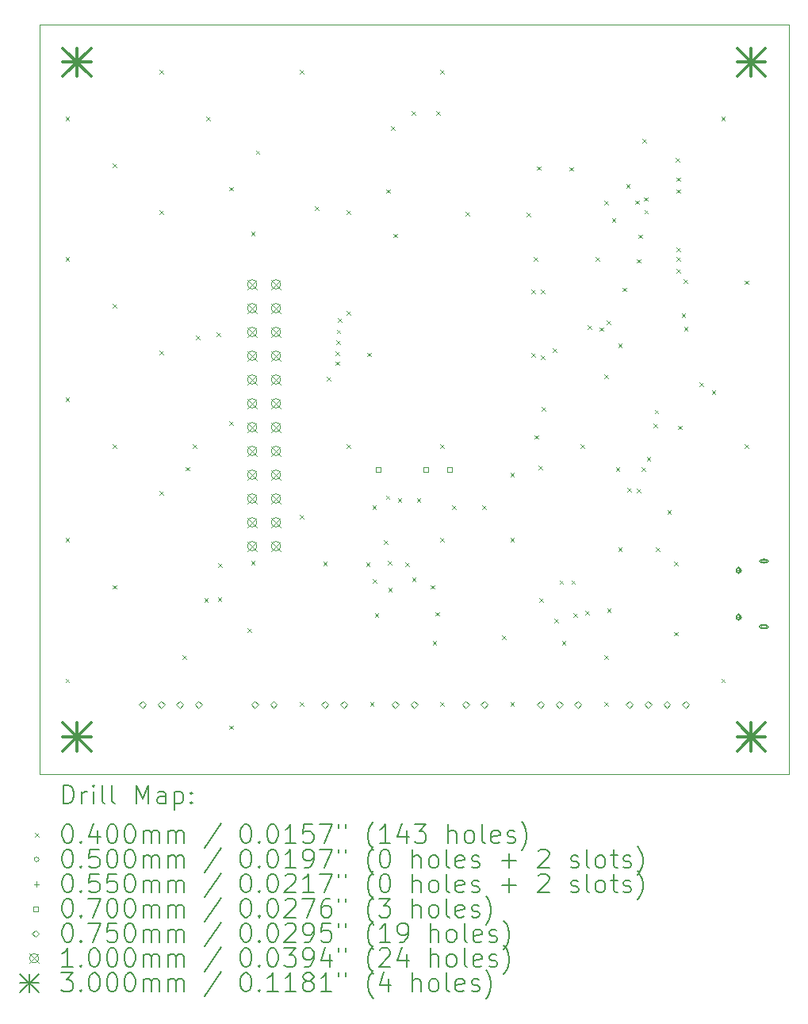
<source format=gbr>
%FSLAX45Y45*%
G04 Gerber Fmt 4.5, Leading zero omitted, Abs format (unit mm)*
G04 Created by KiCad (PCBNEW (6.0.5)) date 2022-09-29 16:52:37*
%MOMM*%
%LPD*%
G01*
G04 APERTURE LIST*
%TA.AperFunction,Profile*%
%ADD10C,0.100000*%
%TD*%
%ADD11C,0.200000*%
%ADD12C,0.040000*%
%ADD13C,0.050000*%
%ADD14C,0.055000*%
%ADD15C,0.070000*%
%ADD16C,0.075000*%
%ADD17C,0.100000*%
%ADD18C,0.300000*%
G04 APERTURE END LIST*
D10*
X18200000Y-13000000D02*
X26200000Y-13000000D01*
X26200000Y-13000000D02*
X26200000Y-5000000D01*
X26200000Y-5000000D02*
X18200000Y-5000000D01*
X18200000Y-5000000D02*
X18200000Y-13000000D01*
D11*
D12*
X18480000Y-5980000D02*
X18520000Y-6020000D01*
X18520000Y-5980000D02*
X18480000Y-6020000D01*
X18480000Y-7480000D02*
X18520000Y-7520000D01*
X18520000Y-7480000D02*
X18480000Y-7520000D01*
X18480000Y-8980000D02*
X18520000Y-9020000D01*
X18520000Y-8980000D02*
X18480000Y-9020000D01*
X18480000Y-10480000D02*
X18520000Y-10520000D01*
X18520000Y-10480000D02*
X18480000Y-10520000D01*
X18480000Y-11980000D02*
X18520000Y-12020000D01*
X18520000Y-11980000D02*
X18480000Y-12020000D01*
X18980000Y-6480000D02*
X19020000Y-6520000D01*
X19020000Y-6480000D02*
X18980000Y-6520000D01*
X18980000Y-7980000D02*
X19020000Y-8020000D01*
X19020000Y-7980000D02*
X18980000Y-8020000D01*
X18980000Y-9480000D02*
X19020000Y-9520000D01*
X19020000Y-9480000D02*
X18980000Y-9520000D01*
X18980000Y-10980000D02*
X19020000Y-11020000D01*
X19020000Y-10980000D02*
X18980000Y-11020000D01*
X19480000Y-5480000D02*
X19520000Y-5520000D01*
X19520000Y-5480000D02*
X19480000Y-5520000D01*
X19480000Y-6980000D02*
X19520000Y-7020000D01*
X19520000Y-6980000D02*
X19480000Y-7020000D01*
X19480000Y-8480000D02*
X19520000Y-8520000D01*
X19520000Y-8480000D02*
X19480000Y-8520000D01*
X19480000Y-9980000D02*
X19520000Y-10020000D01*
X19520000Y-9980000D02*
X19480000Y-10020000D01*
X19730000Y-11730000D02*
X19770000Y-11770000D01*
X19770000Y-11730000D02*
X19730000Y-11770000D01*
X19760000Y-9720000D02*
X19800000Y-9760000D01*
X19800000Y-9720000D02*
X19760000Y-9760000D01*
X19839622Y-9480379D02*
X19879622Y-9520379D01*
X19879622Y-9480379D02*
X19839622Y-9520379D01*
X19873800Y-8320000D02*
X19913800Y-8360000D01*
X19913800Y-8320000D02*
X19873800Y-8360000D01*
X19960000Y-11120000D02*
X20000000Y-11160000D01*
X20000000Y-11120000D02*
X19960000Y-11160000D01*
X19980000Y-5980000D02*
X20020000Y-6020000D01*
X20020000Y-5980000D02*
X19980000Y-6020000D01*
X20093700Y-8282139D02*
X20133700Y-8322139D01*
X20133700Y-8282139D02*
X20093700Y-8322139D01*
X20105493Y-11110000D02*
X20145493Y-11150000D01*
X20145493Y-11110000D02*
X20105493Y-11150000D01*
X20106405Y-10747162D02*
X20146405Y-10787162D01*
X20146405Y-10747162D02*
X20106405Y-10787162D01*
X20230000Y-6730000D02*
X20270000Y-6770000D01*
X20270000Y-6730000D02*
X20230000Y-6770000D01*
X20230000Y-9230000D02*
X20270000Y-9270000D01*
X20270000Y-9230000D02*
X20230000Y-9270000D01*
X20230000Y-12480000D02*
X20270000Y-12520000D01*
X20270000Y-12480000D02*
X20230000Y-12520000D01*
X20420000Y-11440000D02*
X20460000Y-11480000D01*
X20460000Y-11440000D02*
X20420000Y-11480000D01*
X20460000Y-7210650D02*
X20500000Y-7250650D01*
X20500000Y-7210650D02*
X20460000Y-7250650D01*
X20460000Y-10720000D02*
X20500000Y-10760000D01*
X20500000Y-10720000D02*
X20460000Y-10760000D01*
X20510000Y-6340000D02*
X20550000Y-6380000D01*
X20550000Y-6340000D02*
X20510000Y-6380000D01*
X20980000Y-5480000D02*
X21020000Y-5520000D01*
X21020000Y-5480000D02*
X20980000Y-5520000D01*
X20980000Y-10230000D02*
X21020000Y-10270000D01*
X21020000Y-10230000D02*
X20980000Y-10270000D01*
X20980000Y-12230000D02*
X21020000Y-12270000D01*
X21020000Y-12230000D02*
X20980000Y-12270000D01*
X21140000Y-6940000D02*
X21180000Y-6980000D01*
X21180000Y-6940000D02*
X21140000Y-6980000D01*
X21230000Y-10730000D02*
X21270000Y-10770000D01*
X21270000Y-10730000D02*
X21230000Y-10770000D01*
X21271893Y-8757450D02*
X21311893Y-8797450D01*
X21311893Y-8757450D02*
X21271893Y-8797450D01*
X21362892Y-8484656D02*
X21402892Y-8524656D01*
X21402892Y-8484656D02*
X21362892Y-8524656D01*
X21363730Y-8593349D02*
X21403730Y-8633349D01*
X21403730Y-8593349D02*
X21363730Y-8633349D01*
X21368164Y-8369853D02*
X21408164Y-8409853D01*
X21408164Y-8369853D02*
X21368164Y-8409853D01*
X21373712Y-8254774D02*
X21413712Y-8294774D01*
X21413712Y-8254774D02*
X21373712Y-8294774D01*
X21384478Y-8134478D02*
X21424478Y-8174478D01*
X21424478Y-8134478D02*
X21384478Y-8174478D01*
X21480000Y-6980000D02*
X21520000Y-7020000D01*
X21520000Y-6980000D02*
X21480000Y-7020000D01*
X21480000Y-8055000D02*
X21520000Y-8095000D01*
X21520000Y-8055000D02*
X21480000Y-8095000D01*
X21480000Y-9480000D02*
X21520000Y-9520000D01*
X21520000Y-9480000D02*
X21480000Y-9520000D01*
X21688945Y-10741621D02*
X21728945Y-10781621D01*
X21728945Y-10741621D02*
X21688945Y-10781621D01*
X21700000Y-8500000D02*
X21740000Y-8540000D01*
X21740000Y-8500000D02*
X21700000Y-8540000D01*
X21730000Y-12230000D02*
X21770000Y-12270000D01*
X21770000Y-12230000D02*
X21730000Y-12270000D01*
X21755000Y-10130000D02*
X21795000Y-10170000D01*
X21795000Y-10130000D02*
X21755000Y-10170000D01*
X21762550Y-10919950D02*
X21802550Y-10959950D01*
X21802550Y-10919950D02*
X21762550Y-10959950D01*
X21780000Y-11280000D02*
X21820000Y-11320000D01*
X21820000Y-11280000D02*
X21780000Y-11320000D01*
X21880000Y-10505000D02*
X21920000Y-10545000D01*
X21920000Y-10505000D02*
X21880000Y-10545000D01*
X21900235Y-10025235D02*
X21940235Y-10065235D01*
X21940235Y-10025235D02*
X21900235Y-10065235D01*
X21905000Y-6755718D02*
X21945000Y-6795718D01*
X21945000Y-6755718D02*
X21905000Y-6795718D01*
X21922594Y-10720050D02*
X21962594Y-10760050D01*
X21962594Y-10720050D02*
X21922594Y-10760050D01*
X21925235Y-11009766D02*
X21965235Y-11049766D01*
X21965235Y-11009766D02*
X21925235Y-11049766D01*
X21955000Y-6080000D02*
X21995000Y-6120000D01*
X21995000Y-6080000D02*
X21955000Y-6120000D01*
X21980000Y-7230000D02*
X22020000Y-7270000D01*
X22020000Y-7230000D02*
X21980000Y-7270000D01*
X22027735Y-10052735D02*
X22067735Y-10092735D01*
X22067735Y-10052735D02*
X22027735Y-10092735D01*
X22105000Y-10742550D02*
X22145000Y-10782550D01*
X22145000Y-10742550D02*
X22105000Y-10782550D01*
X22173800Y-5920000D02*
X22213800Y-5960000D01*
X22213800Y-5920000D02*
X22173800Y-5960000D01*
X22180000Y-10897450D02*
X22220000Y-10937450D01*
X22220000Y-10897450D02*
X22180000Y-10937450D01*
X22230000Y-10055000D02*
X22270000Y-10095000D01*
X22270000Y-10055000D02*
X22230000Y-10095000D01*
X22380000Y-10980000D02*
X22420000Y-11020000D01*
X22420000Y-10980000D02*
X22380000Y-11020000D01*
X22400000Y-11580000D02*
X22440000Y-11620000D01*
X22440000Y-11580000D02*
X22400000Y-11620000D01*
X22430246Y-11269754D02*
X22470246Y-11309754D01*
X22470246Y-11269754D02*
X22430246Y-11309754D01*
X22440000Y-5920000D02*
X22480000Y-5960000D01*
X22480000Y-5920000D02*
X22440000Y-5960000D01*
X22480000Y-5480000D02*
X22520000Y-5520000D01*
X22520000Y-5480000D02*
X22480000Y-5520000D01*
X22480000Y-9480000D02*
X22520000Y-9520000D01*
X22520000Y-9480000D02*
X22480000Y-9520000D01*
X22480000Y-10480000D02*
X22520000Y-10520000D01*
X22520000Y-10480000D02*
X22480000Y-10520000D01*
X22480000Y-12230000D02*
X22520000Y-12270000D01*
X22520000Y-12230000D02*
X22480000Y-12270000D01*
X22605000Y-10130000D02*
X22645000Y-10170000D01*
X22645000Y-10130000D02*
X22605000Y-10170000D01*
X22753243Y-6995906D02*
X22793243Y-7035906D01*
X22793243Y-6995906D02*
X22753243Y-7035906D01*
X22930000Y-10130000D02*
X22970000Y-10170000D01*
X22970000Y-10130000D02*
X22930000Y-10170000D01*
X23140000Y-11520048D02*
X23180000Y-11560048D01*
X23180000Y-11520048D02*
X23140000Y-11560048D01*
X23230000Y-9780000D02*
X23270000Y-9820000D01*
X23270000Y-9780000D02*
X23230000Y-9820000D01*
X23230000Y-10480000D02*
X23270000Y-10520000D01*
X23270000Y-10480000D02*
X23230000Y-10520000D01*
X23230000Y-12230000D02*
X23270000Y-12270000D01*
X23270000Y-12230000D02*
X23230000Y-12270000D01*
X23405000Y-7005000D02*
X23445000Y-7045000D01*
X23445000Y-7005000D02*
X23405000Y-7045000D01*
X23455000Y-7830000D02*
X23495000Y-7870000D01*
X23495000Y-7830000D02*
X23455000Y-7870000D01*
X23455000Y-8505000D02*
X23495000Y-8545000D01*
X23495000Y-8505000D02*
X23455000Y-8545000D01*
X23480000Y-7480000D02*
X23520000Y-7520000D01*
X23520000Y-7480000D02*
X23480000Y-7520000D01*
X23487402Y-9380000D02*
X23527402Y-9420000D01*
X23527402Y-9380000D02*
X23487402Y-9420000D01*
X23510000Y-6510000D02*
X23550000Y-6550000D01*
X23550000Y-6510000D02*
X23510000Y-6550000D01*
X23530000Y-9705000D02*
X23570000Y-9745000D01*
X23570000Y-9705000D02*
X23530000Y-9745000D01*
X23540000Y-11120000D02*
X23580000Y-11160000D01*
X23580000Y-11120000D02*
X23540000Y-11160000D01*
X23555000Y-7830000D02*
X23595000Y-7870000D01*
X23595000Y-7830000D02*
X23555000Y-7870000D01*
X23555000Y-8530000D02*
X23595000Y-8570000D01*
X23595000Y-8530000D02*
X23555000Y-8570000D01*
X23564852Y-9080000D02*
X23604852Y-9120000D01*
X23604852Y-9080000D02*
X23564852Y-9120000D01*
X23680000Y-8455000D02*
X23720000Y-8495000D01*
X23720000Y-8455000D02*
X23680000Y-8495000D01*
X23700000Y-11340000D02*
X23740000Y-11380000D01*
X23740000Y-11340000D02*
X23700000Y-11380000D01*
X23755000Y-10930000D02*
X23795000Y-10970000D01*
X23795000Y-10930000D02*
X23755000Y-10970000D01*
X23780000Y-11580000D02*
X23820000Y-11620000D01*
X23820000Y-11580000D02*
X23780000Y-11620000D01*
X23860000Y-6520000D02*
X23900000Y-6560000D01*
X23900000Y-6520000D02*
X23860000Y-6560000D01*
X23880000Y-10930000D02*
X23920000Y-10970000D01*
X23920000Y-10930000D02*
X23880000Y-10970000D01*
X23905000Y-11280000D02*
X23945000Y-11320000D01*
X23945000Y-11280000D02*
X23905000Y-11320000D01*
X23980000Y-9480000D02*
X24020000Y-9520000D01*
X24020000Y-9480000D02*
X23980000Y-9520000D01*
X24030000Y-11255000D02*
X24070000Y-11295000D01*
X24070000Y-11255000D02*
X24030000Y-11295000D01*
X24055000Y-8205000D02*
X24095000Y-8245000D01*
X24095000Y-8205000D02*
X24055000Y-8245000D01*
X24140000Y-7480000D02*
X24180000Y-7520000D01*
X24180000Y-7480000D02*
X24140000Y-7520000D01*
X24180000Y-8230000D02*
X24220000Y-8270000D01*
X24220000Y-8230000D02*
X24180000Y-8270000D01*
X24230000Y-8730000D02*
X24270000Y-8770000D01*
X24270000Y-8730000D02*
X24230000Y-8770000D01*
X24230000Y-11730000D02*
X24270000Y-11770000D01*
X24270000Y-11730000D02*
X24230000Y-11770000D01*
X24230000Y-12230000D02*
X24270000Y-12270000D01*
X24270000Y-12230000D02*
X24230000Y-12270000D01*
X24233233Y-6876767D02*
X24273233Y-6916767D01*
X24273233Y-6876767D02*
X24233233Y-6916767D01*
X24257450Y-8159544D02*
X24297450Y-8199544D01*
X24297450Y-8159544D02*
X24257450Y-8199544D01*
X24260787Y-11229581D02*
X24300787Y-11269581D01*
X24300787Y-11229581D02*
X24260787Y-11269581D01*
X24313702Y-7066766D02*
X24353702Y-7106766D01*
X24353702Y-7066766D02*
X24313702Y-7106766D01*
X24355000Y-9725550D02*
X24395000Y-9765550D01*
X24395000Y-9725550D02*
X24355000Y-9765550D01*
X24380000Y-8405000D02*
X24420000Y-8445000D01*
X24420000Y-8405000D02*
X24380000Y-8445000D01*
X24380000Y-10580000D02*
X24420000Y-10620000D01*
X24420000Y-10580000D02*
X24380000Y-10620000D01*
X24430000Y-7805000D02*
X24470000Y-7845000D01*
X24470000Y-7805000D02*
X24430000Y-7845000D01*
X24466122Y-6703878D02*
X24506122Y-6743878D01*
X24506122Y-6703878D02*
X24466122Y-6743878D01*
X24480000Y-9945450D02*
X24520000Y-9985450D01*
X24520000Y-9945450D02*
X24480000Y-9985450D01*
X24559765Y-6875234D02*
X24599765Y-6915234D01*
X24599765Y-6875234D02*
X24559765Y-6915234D01*
X24580000Y-7500000D02*
X24620000Y-7540000D01*
X24620000Y-7500000D02*
X24580000Y-7540000D01*
X24580000Y-9955000D02*
X24620000Y-9995000D01*
X24620000Y-9955000D02*
X24580000Y-9995000D01*
X24595733Y-7239267D02*
X24635733Y-7279267D01*
X24635733Y-7239267D02*
X24595733Y-7279267D01*
X24630000Y-9725550D02*
X24670000Y-9765550D01*
X24670000Y-9725550D02*
X24630000Y-9765550D01*
X24640000Y-6220000D02*
X24680000Y-6260000D01*
X24680000Y-6220000D02*
X24640000Y-6260000D01*
X24653829Y-6841439D02*
X24693829Y-6881439D01*
X24693829Y-6841439D02*
X24653829Y-6881439D01*
X24659765Y-6975234D02*
X24699765Y-7015234D01*
X24699765Y-6975234D02*
X24659765Y-7015234D01*
X24684765Y-9612450D02*
X24724765Y-9652450D01*
X24724765Y-9612450D02*
X24684765Y-9652450D01*
X24755000Y-9255000D02*
X24795000Y-9295000D01*
X24795000Y-9255000D02*
X24755000Y-9295000D01*
X24770099Y-9110700D02*
X24810099Y-9150700D01*
X24810099Y-9110700D02*
X24770099Y-9150700D01*
X24780000Y-10580000D02*
X24820000Y-10620000D01*
X24820000Y-10580000D02*
X24780000Y-10620000D01*
X24905000Y-10180000D02*
X24945000Y-10220000D01*
X24945000Y-10180000D02*
X24905000Y-10220000D01*
X24980000Y-10730000D02*
X25020000Y-10770000D01*
X25020000Y-10730000D02*
X24980000Y-10770000D01*
X24980000Y-11480000D02*
X25020000Y-11520000D01*
X25020000Y-11480000D02*
X24980000Y-11520000D01*
X24992950Y-6420147D02*
X25032950Y-6460147D01*
X25032950Y-6420147D02*
X24992950Y-6460147D01*
X25005000Y-6630000D02*
X25045000Y-6670000D01*
X25045000Y-6630000D02*
X25005000Y-6670000D01*
X25005000Y-6755000D02*
X25045000Y-6795000D01*
X25045000Y-6755000D02*
X25005000Y-6795000D01*
X25005000Y-7380000D02*
X25045000Y-7420000D01*
X25045000Y-7380000D02*
X25005000Y-7420000D01*
X25005000Y-7480000D02*
X25045000Y-7520000D01*
X25045000Y-7480000D02*
X25005000Y-7520000D01*
X25005000Y-7605000D02*
X25045000Y-7645000D01*
X25045000Y-7605000D02*
X25005000Y-7645000D01*
X25020000Y-9280000D02*
X25060000Y-9320000D01*
X25060000Y-9280000D02*
X25020000Y-9320000D01*
X25057450Y-8080000D02*
X25097450Y-8120000D01*
X25097450Y-8080000D02*
X25057450Y-8120000D01*
X25080000Y-7720000D02*
X25120000Y-7760000D01*
X25120000Y-7720000D02*
X25080000Y-7760000D01*
X25082550Y-8226040D02*
X25122550Y-8266040D01*
X25122550Y-8226040D02*
X25082550Y-8266040D01*
X25249243Y-8816693D02*
X25289243Y-8856693D01*
X25289243Y-8816693D02*
X25249243Y-8856693D01*
X25380000Y-8905000D02*
X25420000Y-8945000D01*
X25420000Y-8905000D02*
X25380000Y-8945000D01*
X25480000Y-5980000D02*
X25520000Y-6020000D01*
X25520000Y-5980000D02*
X25480000Y-6020000D01*
X25480000Y-11980000D02*
X25520000Y-12020000D01*
X25520000Y-11980000D02*
X25480000Y-12020000D01*
X25730000Y-7730000D02*
X25770000Y-7770000D01*
X25770000Y-7730000D02*
X25730000Y-7770000D01*
X25730000Y-9480000D02*
X25770000Y-9520000D01*
X25770000Y-9480000D02*
X25730000Y-9520000D01*
D13*
X25961400Y-10724400D02*
G75*
G03*
X25961400Y-10724400I-25000J0D01*
G01*
D11*
X25903900Y-10739400D02*
X25968900Y-10739400D01*
X25903900Y-10709400D02*
X25968900Y-10709400D01*
X25968900Y-10739400D02*
G75*
G03*
X25968900Y-10709400I0J15000D01*
G01*
X25903900Y-10709400D02*
G75*
G03*
X25903900Y-10739400I0J-15000D01*
G01*
D13*
X25961400Y-11424400D02*
G75*
G03*
X25961400Y-11424400I-25000J0D01*
G01*
D11*
X25903900Y-11439400D02*
X25968900Y-11439400D01*
X25903900Y-11409400D02*
X25968900Y-11409400D01*
X25968900Y-11439400D02*
G75*
G03*
X25968900Y-11409400I0J15000D01*
G01*
X25903900Y-11409400D02*
G75*
G03*
X25903900Y-11439400I0J-15000D01*
G01*
D14*
X25666400Y-10796900D02*
X25666400Y-10851900D01*
X25638900Y-10824400D02*
X25693900Y-10824400D01*
D11*
X25683900Y-10839400D02*
X25683900Y-10809400D01*
X25648900Y-10839400D02*
X25648900Y-10809400D01*
X25683900Y-10809400D02*
G75*
G03*
X25648900Y-10809400I-17500J0D01*
G01*
X25648900Y-10839400D02*
G75*
G03*
X25683900Y-10839400I17500J0D01*
G01*
D14*
X25666400Y-11296900D02*
X25666400Y-11351900D01*
X25638900Y-11324400D02*
X25693900Y-11324400D01*
D11*
X25683900Y-11339400D02*
X25683900Y-11309400D01*
X25648900Y-11339400D02*
X25648900Y-11309400D01*
X25683900Y-11309400D02*
G75*
G03*
X25648900Y-11309400I-17500J0D01*
G01*
X25648900Y-11339400D02*
G75*
G03*
X25683900Y-11339400I17500J0D01*
G01*
D15*
X21842749Y-9773249D02*
X21842749Y-9723751D01*
X21793251Y-9723751D01*
X21793251Y-9773249D01*
X21842749Y-9773249D01*
X22350749Y-9773249D02*
X22350749Y-9723751D01*
X22301251Y-9723751D01*
X22301251Y-9773249D01*
X22350749Y-9773249D01*
X22604749Y-9773249D02*
X22604749Y-9723751D01*
X22555251Y-9723751D01*
X22555251Y-9773249D01*
X22604749Y-9773249D01*
D16*
X19300000Y-12292500D02*
X19337500Y-12255000D01*
X19300000Y-12217500D01*
X19262500Y-12255000D01*
X19300000Y-12292500D01*
X19500000Y-12292500D02*
X19537500Y-12255000D01*
X19500000Y-12217500D01*
X19462500Y-12255000D01*
X19500000Y-12292500D01*
X19700000Y-12292500D02*
X19737500Y-12255000D01*
X19700000Y-12217500D01*
X19662500Y-12255000D01*
X19700000Y-12292500D01*
X19900000Y-12292500D02*
X19937500Y-12255000D01*
X19900000Y-12217500D01*
X19862500Y-12255000D01*
X19900000Y-12292500D01*
X20500000Y-12292500D02*
X20537500Y-12255000D01*
X20500000Y-12217500D01*
X20462500Y-12255000D01*
X20500000Y-12292500D01*
X20700000Y-12292500D02*
X20737500Y-12255000D01*
X20700000Y-12217500D01*
X20662500Y-12255000D01*
X20700000Y-12292500D01*
X21250000Y-12292500D02*
X21287500Y-12255000D01*
X21250000Y-12217500D01*
X21212500Y-12255000D01*
X21250000Y-12292500D01*
X21450000Y-12292500D02*
X21487500Y-12255000D01*
X21450000Y-12217500D01*
X21412500Y-12255000D01*
X21450000Y-12292500D01*
X22000000Y-12292500D02*
X22037500Y-12255000D01*
X22000000Y-12217500D01*
X21962500Y-12255000D01*
X22000000Y-12292500D01*
X22200000Y-12292500D02*
X22237500Y-12255000D01*
X22200000Y-12217500D01*
X22162500Y-12255000D01*
X22200000Y-12292500D01*
X22750000Y-12292500D02*
X22787500Y-12255000D01*
X22750000Y-12217500D01*
X22712500Y-12255000D01*
X22750000Y-12292500D01*
X22950000Y-12292500D02*
X22987500Y-12255000D01*
X22950000Y-12217500D01*
X22912500Y-12255000D01*
X22950000Y-12292500D01*
X23550000Y-12292500D02*
X23587500Y-12255000D01*
X23550000Y-12217500D01*
X23512500Y-12255000D01*
X23550000Y-12292500D01*
X23750000Y-12292500D02*
X23787500Y-12255000D01*
X23750000Y-12217500D01*
X23712500Y-12255000D01*
X23750000Y-12292500D01*
X23950000Y-12292500D02*
X23987500Y-12255000D01*
X23950000Y-12217500D01*
X23912500Y-12255000D01*
X23950000Y-12292500D01*
X24500000Y-12292500D02*
X24537500Y-12255000D01*
X24500000Y-12217500D01*
X24462500Y-12255000D01*
X24500000Y-12292500D01*
X24700000Y-12292500D02*
X24737500Y-12255000D01*
X24700000Y-12217500D01*
X24662500Y-12255000D01*
X24700000Y-12292500D01*
X24900000Y-12292500D02*
X24937500Y-12255000D01*
X24900000Y-12217500D01*
X24862500Y-12255000D01*
X24900000Y-12292500D01*
X25100000Y-12292500D02*
X25137500Y-12255000D01*
X25100000Y-12217500D01*
X25062500Y-12255000D01*
X25100000Y-12292500D01*
D17*
X20421900Y-7721900D02*
X20521900Y-7821900D01*
X20521900Y-7721900D02*
X20421900Y-7821900D01*
X20521900Y-7771900D02*
G75*
G03*
X20521900Y-7771900I-50000J0D01*
G01*
X20421900Y-7975900D02*
X20521900Y-8075900D01*
X20521900Y-7975900D02*
X20421900Y-8075900D01*
X20521900Y-8025900D02*
G75*
G03*
X20521900Y-8025900I-50000J0D01*
G01*
X20421900Y-8229900D02*
X20521900Y-8329900D01*
X20521900Y-8229900D02*
X20421900Y-8329900D01*
X20521900Y-8279900D02*
G75*
G03*
X20521900Y-8279900I-50000J0D01*
G01*
X20421900Y-8483900D02*
X20521900Y-8583900D01*
X20521900Y-8483900D02*
X20421900Y-8583900D01*
X20521900Y-8533900D02*
G75*
G03*
X20521900Y-8533900I-50000J0D01*
G01*
X20421900Y-8737900D02*
X20521900Y-8837900D01*
X20521900Y-8737900D02*
X20421900Y-8837900D01*
X20521900Y-8787900D02*
G75*
G03*
X20521900Y-8787900I-50000J0D01*
G01*
X20421900Y-8991900D02*
X20521900Y-9091900D01*
X20521900Y-8991900D02*
X20421900Y-9091900D01*
X20521900Y-9041900D02*
G75*
G03*
X20521900Y-9041900I-50000J0D01*
G01*
X20421900Y-9245900D02*
X20521900Y-9345900D01*
X20521900Y-9245900D02*
X20421900Y-9345900D01*
X20521900Y-9295900D02*
G75*
G03*
X20521900Y-9295900I-50000J0D01*
G01*
X20421900Y-9499900D02*
X20521900Y-9599900D01*
X20521900Y-9499900D02*
X20421900Y-9599900D01*
X20521900Y-9549900D02*
G75*
G03*
X20521900Y-9549900I-50000J0D01*
G01*
X20421900Y-9753900D02*
X20521900Y-9853900D01*
X20521900Y-9753900D02*
X20421900Y-9853900D01*
X20521900Y-9803900D02*
G75*
G03*
X20521900Y-9803900I-50000J0D01*
G01*
X20421900Y-10007900D02*
X20521900Y-10107900D01*
X20521900Y-10007900D02*
X20421900Y-10107900D01*
X20521900Y-10057900D02*
G75*
G03*
X20521900Y-10057900I-50000J0D01*
G01*
X20421900Y-10261900D02*
X20521900Y-10361900D01*
X20521900Y-10261900D02*
X20421900Y-10361900D01*
X20521900Y-10311900D02*
G75*
G03*
X20521900Y-10311900I-50000J0D01*
G01*
X20421900Y-10515900D02*
X20521900Y-10615900D01*
X20521900Y-10515900D02*
X20421900Y-10615900D01*
X20521900Y-10565900D02*
G75*
G03*
X20521900Y-10565900I-50000J0D01*
G01*
X20675900Y-7721900D02*
X20775900Y-7821900D01*
X20775900Y-7721900D02*
X20675900Y-7821900D01*
X20775900Y-7771900D02*
G75*
G03*
X20775900Y-7771900I-50000J0D01*
G01*
X20675900Y-7975900D02*
X20775900Y-8075900D01*
X20775900Y-7975900D02*
X20675900Y-8075900D01*
X20775900Y-8025900D02*
G75*
G03*
X20775900Y-8025900I-50000J0D01*
G01*
X20675900Y-8229900D02*
X20775900Y-8329900D01*
X20775900Y-8229900D02*
X20675900Y-8329900D01*
X20775900Y-8279900D02*
G75*
G03*
X20775900Y-8279900I-50000J0D01*
G01*
X20675900Y-8483900D02*
X20775900Y-8583900D01*
X20775900Y-8483900D02*
X20675900Y-8583900D01*
X20775900Y-8533900D02*
G75*
G03*
X20775900Y-8533900I-50000J0D01*
G01*
X20675900Y-8737900D02*
X20775900Y-8837900D01*
X20775900Y-8737900D02*
X20675900Y-8837900D01*
X20775900Y-8787900D02*
G75*
G03*
X20775900Y-8787900I-50000J0D01*
G01*
X20675900Y-8991900D02*
X20775900Y-9091900D01*
X20775900Y-8991900D02*
X20675900Y-9091900D01*
X20775900Y-9041900D02*
G75*
G03*
X20775900Y-9041900I-50000J0D01*
G01*
X20675900Y-9245900D02*
X20775900Y-9345900D01*
X20775900Y-9245900D02*
X20675900Y-9345900D01*
X20775900Y-9295900D02*
G75*
G03*
X20775900Y-9295900I-50000J0D01*
G01*
X20675900Y-9499900D02*
X20775900Y-9599900D01*
X20775900Y-9499900D02*
X20675900Y-9599900D01*
X20775900Y-9549900D02*
G75*
G03*
X20775900Y-9549900I-50000J0D01*
G01*
X20675900Y-9753900D02*
X20775900Y-9853900D01*
X20775900Y-9753900D02*
X20675900Y-9853900D01*
X20775900Y-9803900D02*
G75*
G03*
X20775900Y-9803900I-50000J0D01*
G01*
X20675900Y-10007900D02*
X20775900Y-10107900D01*
X20775900Y-10007900D02*
X20675900Y-10107900D01*
X20775900Y-10057900D02*
G75*
G03*
X20775900Y-10057900I-50000J0D01*
G01*
X20675900Y-10261900D02*
X20775900Y-10361900D01*
X20775900Y-10261900D02*
X20675900Y-10361900D01*
X20775900Y-10311900D02*
G75*
G03*
X20775900Y-10311900I-50000J0D01*
G01*
X20675900Y-10515900D02*
X20775900Y-10615900D01*
X20775900Y-10515900D02*
X20675900Y-10615900D01*
X20775900Y-10565900D02*
G75*
G03*
X20775900Y-10565900I-50000J0D01*
G01*
D18*
X18450000Y-5250000D02*
X18750000Y-5550000D01*
X18750000Y-5250000D02*
X18450000Y-5550000D01*
X18600000Y-5250000D02*
X18600000Y-5550000D01*
X18450000Y-5400000D02*
X18750000Y-5400000D01*
X18450000Y-12450000D02*
X18750000Y-12750000D01*
X18750000Y-12450000D02*
X18450000Y-12750000D01*
X18600000Y-12450000D02*
X18600000Y-12750000D01*
X18450000Y-12600000D02*
X18750000Y-12600000D01*
X25650000Y-5250000D02*
X25950000Y-5550000D01*
X25950000Y-5250000D02*
X25650000Y-5550000D01*
X25800000Y-5250000D02*
X25800000Y-5550000D01*
X25650000Y-5400000D02*
X25950000Y-5400000D01*
X25650000Y-12450000D02*
X25950000Y-12750000D01*
X25950000Y-12450000D02*
X25650000Y-12750000D01*
X25800000Y-12450000D02*
X25800000Y-12750000D01*
X25650000Y-12600000D02*
X25950000Y-12600000D01*
D11*
X18452619Y-13315476D02*
X18452619Y-13115476D01*
X18500238Y-13115476D01*
X18528810Y-13125000D01*
X18547857Y-13144048D01*
X18557381Y-13163095D01*
X18566905Y-13201190D01*
X18566905Y-13229762D01*
X18557381Y-13267857D01*
X18547857Y-13286905D01*
X18528810Y-13305952D01*
X18500238Y-13315476D01*
X18452619Y-13315476D01*
X18652619Y-13315476D02*
X18652619Y-13182143D01*
X18652619Y-13220238D02*
X18662143Y-13201190D01*
X18671667Y-13191667D01*
X18690714Y-13182143D01*
X18709762Y-13182143D01*
X18776429Y-13315476D02*
X18776429Y-13182143D01*
X18776429Y-13115476D02*
X18766905Y-13125000D01*
X18776429Y-13134524D01*
X18785952Y-13125000D01*
X18776429Y-13115476D01*
X18776429Y-13134524D01*
X18900238Y-13315476D02*
X18881190Y-13305952D01*
X18871667Y-13286905D01*
X18871667Y-13115476D01*
X19005000Y-13315476D02*
X18985952Y-13305952D01*
X18976429Y-13286905D01*
X18976429Y-13115476D01*
X19233571Y-13315476D02*
X19233571Y-13115476D01*
X19300238Y-13258333D01*
X19366905Y-13115476D01*
X19366905Y-13315476D01*
X19547857Y-13315476D02*
X19547857Y-13210714D01*
X19538333Y-13191667D01*
X19519286Y-13182143D01*
X19481190Y-13182143D01*
X19462143Y-13191667D01*
X19547857Y-13305952D02*
X19528810Y-13315476D01*
X19481190Y-13315476D01*
X19462143Y-13305952D01*
X19452619Y-13286905D01*
X19452619Y-13267857D01*
X19462143Y-13248809D01*
X19481190Y-13239286D01*
X19528810Y-13239286D01*
X19547857Y-13229762D01*
X19643095Y-13182143D02*
X19643095Y-13382143D01*
X19643095Y-13191667D02*
X19662143Y-13182143D01*
X19700238Y-13182143D01*
X19719286Y-13191667D01*
X19728810Y-13201190D01*
X19738333Y-13220238D01*
X19738333Y-13277381D01*
X19728810Y-13296428D01*
X19719286Y-13305952D01*
X19700238Y-13315476D01*
X19662143Y-13315476D01*
X19643095Y-13305952D01*
X19824048Y-13296428D02*
X19833571Y-13305952D01*
X19824048Y-13315476D01*
X19814524Y-13305952D01*
X19824048Y-13296428D01*
X19824048Y-13315476D01*
X19824048Y-13191667D02*
X19833571Y-13201190D01*
X19824048Y-13210714D01*
X19814524Y-13201190D01*
X19824048Y-13191667D01*
X19824048Y-13210714D01*
D12*
X18155000Y-13625000D02*
X18195000Y-13665000D01*
X18195000Y-13625000D02*
X18155000Y-13665000D01*
D11*
X18490714Y-13535476D02*
X18509762Y-13535476D01*
X18528810Y-13545000D01*
X18538333Y-13554524D01*
X18547857Y-13573571D01*
X18557381Y-13611667D01*
X18557381Y-13659286D01*
X18547857Y-13697381D01*
X18538333Y-13716428D01*
X18528810Y-13725952D01*
X18509762Y-13735476D01*
X18490714Y-13735476D01*
X18471667Y-13725952D01*
X18462143Y-13716428D01*
X18452619Y-13697381D01*
X18443095Y-13659286D01*
X18443095Y-13611667D01*
X18452619Y-13573571D01*
X18462143Y-13554524D01*
X18471667Y-13545000D01*
X18490714Y-13535476D01*
X18643095Y-13716428D02*
X18652619Y-13725952D01*
X18643095Y-13735476D01*
X18633571Y-13725952D01*
X18643095Y-13716428D01*
X18643095Y-13735476D01*
X18824048Y-13602143D02*
X18824048Y-13735476D01*
X18776429Y-13525952D02*
X18728810Y-13668809D01*
X18852619Y-13668809D01*
X18966905Y-13535476D02*
X18985952Y-13535476D01*
X19005000Y-13545000D01*
X19014524Y-13554524D01*
X19024048Y-13573571D01*
X19033571Y-13611667D01*
X19033571Y-13659286D01*
X19024048Y-13697381D01*
X19014524Y-13716428D01*
X19005000Y-13725952D01*
X18985952Y-13735476D01*
X18966905Y-13735476D01*
X18947857Y-13725952D01*
X18938333Y-13716428D01*
X18928810Y-13697381D01*
X18919286Y-13659286D01*
X18919286Y-13611667D01*
X18928810Y-13573571D01*
X18938333Y-13554524D01*
X18947857Y-13545000D01*
X18966905Y-13535476D01*
X19157381Y-13535476D02*
X19176429Y-13535476D01*
X19195476Y-13545000D01*
X19205000Y-13554524D01*
X19214524Y-13573571D01*
X19224048Y-13611667D01*
X19224048Y-13659286D01*
X19214524Y-13697381D01*
X19205000Y-13716428D01*
X19195476Y-13725952D01*
X19176429Y-13735476D01*
X19157381Y-13735476D01*
X19138333Y-13725952D01*
X19128810Y-13716428D01*
X19119286Y-13697381D01*
X19109762Y-13659286D01*
X19109762Y-13611667D01*
X19119286Y-13573571D01*
X19128810Y-13554524D01*
X19138333Y-13545000D01*
X19157381Y-13535476D01*
X19309762Y-13735476D02*
X19309762Y-13602143D01*
X19309762Y-13621190D02*
X19319286Y-13611667D01*
X19338333Y-13602143D01*
X19366905Y-13602143D01*
X19385952Y-13611667D01*
X19395476Y-13630714D01*
X19395476Y-13735476D01*
X19395476Y-13630714D02*
X19405000Y-13611667D01*
X19424048Y-13602143D01*
X19452619Y-13602143D01*
X19471667Y-13611667D01*
X19481190Y-13630714D01*
X19481190Y-13735476D01*
X19576429Y-13735476D02*
X19576429Y-13602143D01*
X19576429Y-13621190D02*
X19585952Y-13611667D01*
X19605000Y-13602143D01*
X19633571Y-13602143D01*
X19652619Y-13611667D01*
X19662143Y-13630714D01*
X19662143Y-13735476D01*
X19662143Y-13630714D02*
X19671667Y-13611667D01*
X19690714Y-13602143D01*
X19719286Y-13602143D01*
X19738333Y-13611667D01*
X19747857Y-13630714D01*
X19747857Y-13735476D01*
X20138333Y-13525952D02*
X19966905Y-13783095D01*
X20395476Y-13535476D02*
X20414524Y-13535476D01*
X20433571Y-13545000D01*
X20443095Y-13554524D01*
X20452619Y-13573571D01*
X20462143Y-13611667D01*
X20462143Y-13659286D01*
X20452619Y-13697381D01*
X20443095Y-13716428D01*
X20433571Y-13725952D01*
X20414524Y-13735476D01*
X20395476Y-13735476D01*
X20376429Y-13725952D01*
X20366905Y-13716428D01*
X20357381Y-13697381D01*
X20347857Y-13659286D01*
X20347857Y-13611667D01*
X20357381Y-13573571D01*
X20366905Y-13554524D01*
X20376429Y-13545000D01*
X20395476Y-13535476D01*
X20547857Y-13716428D02*
X20557381Y-13725952D01*
X20547857Y-13735476D01*
X20538333Y-13725952D01*
X20547857Y-13716428D01*
X20547857Y-13735476D01*
X20681190Y-13535476D02*
X20700238Y-13535476D01*
X20719286Y-13545000D01*
X20728810Y-13554524D01*
X20738333Y-13573571D01*
X20747857Y-13611667D01*
X20747857Y-13659286D01*
X20738333Y-13697381D01*
X20728810Y-13716428D01*
X20719286Y-13725952D01*
X20700238Y-13735476D01*
X20681190Y-13735476D01*
X20662143Y-13725952D01*
X20652619Y-13716428D01*
X20643095Y-13697381D01*
X20633571Y-13659286D01*
X20633571Y-13611667D01*
X20643095Y-13573571D01*
X20652619Y-13554524D01*
X20662143Y-13545000D01*
X20681190Y-13535476D01*
X20938333Y-13735476D02*
X20824048Y-13735476D01*
X20881190Y-13735476D02*
X20881190Y-13535476D01*
X20862143Y-13564048D01*
X20843095Y-13583095D01*
X20824048Y-13592619D01*
X21119286Y-13535476D02*
X21024048Y-13535476D01*
X21014524Y-13630714D01*
X21024048Y-13621190D01*
X21043095Y-13611667D01*
X21090714Y-13611667D01*
X21109762Y-13621190D01*
X21119286Y-13630714D01*
X21128810Y-13649762D01*
X21128810Y-13697381D01*
X21119286Y-13716428D01*
X21109762Y-13725952D01*
X21090714Y-13735476D01*
X21043095Y-13735476D01*
X21024048Y-13725952D01*
X21014524Y-13716428D01*
X21195476Y-13535476D02*
X21328810Y-13535476D01*
X21243095Y-13735476D01*
X21395476Y-13535476D02*
X21395476Y-13573571D01*
X21471667Y-13535476D02*
X21471667Y-13573571D01*
X21766905Y-13811667D02*
X21757381Y-13802143D01*
X21738333Y-13773571D01*
X21728810Y-13754524D01*
X21719286Y-13725952D01*
X21709762Y-13678333D01*
X21709762Y-13640238D01*
X21719286Y-13592619D01*
X21728810Y-13564048D01*
X21738333Y-13545000D01*
X21757381Y-13516428D01*
X21766905Y-13506905D01*
X21947857Y-13735476D02*
X21833571Y-13735476D01*
X21890714Y-13735476D02*
X21890714Y-13535476D01*
X21871667Y-13564048D01*
X21852619Y-13583095D01*
X21833571Y-13592619D01*
X22119286Y-13602143D02*
X22119286Y-13735476D01*
X22071667Y-13525952D02*
X22024048Y-13668809D01*
X22147857Y-13668809D01*
X22205000Y-13535476D02*
X22328810Y-13535476D01*
X22262143Y-13611667D01*
X22290714Y-13611667D01*
X22309762Y-13621190D01*
X22319286Y-13630714D01*
X22328810Y-13649762D01*
X22328810Y-13697381D01*
X22319286Y-13716428D01*
X22309762Y-13725952D01*
X22290714Y-13735476D01*
X22233571Y-13735476D01*
X22214524Y-13725952D01*
X22205000Y-13716428D01*
X22566905Y-13735476D02*
X22566905Y-13535476D01*
X22652619Y-13735476D02*
X22652619Y-13630714D01*
X22643095Y-13611667D01*
X22624048Y-13602143D01*
X22595476Y-13602143D01*
X22576428Y-13611667D01*
X22566905Y-13621190D01*
X22776428Y-13735476D02*
X22757381Y-13725952D01*
X22747857Y-13716428D01*
X22738333Y-13697381D01*
X22738333Y-13640238D01*
X22747857Y-13621190D01*
X22757381Y-13611667D01*
X22776428Y-13602143D01*
X22805000Y-13602143D01*
X22824048Y-13611667D01*
X22833571Y-13621190D01*
X22843095Y-13640238D01*
X22843095Y-13697381D01*
X22833571Y-13716428D01*
X22824048Y-13725952D01*
X22805000Y-13735476D01*
X22776428Y-13735476D01*
X22957381Y-13735476D02*
X22938333Y-13725952D01*
X22928809Y-13706905D01*
X22928809Y-13535476D01*
X23109762Y-13725952D02*
X23090714Y-13735476D01*
X23052619Y-13735476D01*
X23033571Y-13725952D01*
X23024048Y-13706905D01*
X23024048Y-13630714D01*
X23033571Y-13611667D01*
X23052619Y-13602143D01*
X23090714Y-13602143D01*
X23109762Y-13611667D01*
X23119286Y-13630714D01*
X23119286Y-13649762D01*
X23024048Y-13668809D01*
X23195476Y-13725952D02*
X23214524Y-13735476D01*
X23252619Y-13735476D01*
X23271667Y-13725952D01*
X23281190Y-13706905D01*
X23281190Y-13697381D01*
X23271667Y-13678333D01*
X23252619Y-13668809D01*
X23224048Y-13668809D01*
X23205000Y-13659286D01*
X23195476Y-13640238D01*
X23195476Y-13630714D01*
X23205000Y-13611667D01*
X23224048Y-13602143D01*
X23252619Y-13602143D01*
X23271667Y-13611667D01*
X23347857Y-13811667D02*
X23357381Y-13802143D01*
X23376428Y-13773571D01*
X23385952Y-13754524D01*
X23395476Y-13725952D01*
X23405000Y-13678333D01*
X23405000Y-13640238D01*
X23395476Y-13592619D01*
X23385952Y-13564048D01*
X23376428Y-13545000D01*
X23357381Y-13516428D01*
X23347857Y-13506905D01*
D13*
X18195000Y-13909000D02*
G75*
G03*
X18195000Y-13909000I-25000J0D01*
G01*
D11*
X18490714Y-13799476D02*
X18509762Y-13799476D01*
X18528810Y-13809000D01*
X18538333Y-13818524D01*
X18547857Y-13837571D01*
X18557381Y-13875667D01*
X18557381Y-13923286D01*
X18547857Y-13961381D01*
X18538333Y-13980428D01*
X18528810Y-13989952D01*
X18509762Y-13999476D01*
X18490714Y-13999476D01*
X18471667Y-13989952D01*
X18462143Y-13980428D01*
X18452619Y-13961381D01*
X18443095Y-13923286D01*
X18443095Y-13875667D01*
X18452619Y-13837571D01*
X18462143Y-13818524D01*
X18471667Y-13809000D01*
X18490714Y-13799476D01*
X18643095Y-13980428D02*
X18652619Y-13989952D01*
X18643095Y-13999476D01*
X18633571Y-13989952D01*
X18643095Y-13980428D01*
X18643095Y-13999476D01*
X18833571Y-13799476D02*
X18738333Y-13799476D01*
X18728810Y-13894714D01*
X18738333Y-13885190D01*
X18757381Y-13875667D01*
X18805000Y-13875667D01*
X18824048Y-13885190D01*
X18833571Y-13894714D01*
X18843095Y-13913762D01*
X18843095Y-13961381D01*
X18833571Y-13980428D01*
X18824048Y-13989952D01*
X18805000Y-13999476D01*
X18757381Y-13999476D01*
X18738333Y-13989952D01*
X18728810Y-13980428D01*
X18966905Y-13799476D02*
X18985952Y-13799476D01*
X19005000Y-13809000D01*
X19014524Y-13818524D01*
X19024048Y-13837571D01*
X19033571Y-13875667D01*
X19033571Y-13923286D01*
X19024048Y-13961381D01*
X19014524Y-13980428D01*
X19005000Y-13989952D01*
X18985952Y-13999476D01*
X18966905Y-13999476D01*
X18947857Y-13989952D01*
X18938333Y-13980428D01*
X18928810Y-13961381D01*
X18919286Y-13923286D01*
X18919286Y-13875667D01*
X18928810Y-13837571D01*
X18938333Y-13818524D01*
X18947857Y-13809000D01*
X18966905Y-13799476D01*
X19157381Y-13799476D02*
X19176429Y-13799476D01*
X19195476Y-13809000D01*
X19205000Y-13818524D01*
X19214524Y-13837571D01*
X19224048Y-13875667D01*
X19224048Y-13923286D01*
X19214524Y-13961381D01*
X19205000Y-13980428D01*
X19195476Y-13989952D01*
X19176429Y-13999476D01*
X19157381Y-13999476D01*
X19138333Y-13989952D01*
X19128810Y-13980428D01*
X19119286Y-13961381D01*
X19109762Y-13923286D01*
X19109762Y-13875667D01*
X19119286Y-13837571D01*
X19128810Y-13818524D01*
X19138333Y-13809000D01*
X19157381Y-13799476D01*
X19309762Y-13999476D02*
X19309762Y-13866143D01*
X19309762Y-13885190D02*
X19319286Y-13875667D01*
X19338333Y-13866143D01*
X19366905Y-13866143D01*
X19385952Y-13875667D01*
X19395476Y-13894714D01*
X19395476Y-13999476D01*
X19395476Y-13894714D02*
X19405000Y-13875667D01*
X19424048Y-13866143D01*
X19452619Y-13866143D01*
X19471667Y-13875667D01*
X19481190Y-13894714D01*
X19481190Y-13999476D01*
X19576429Y-13999476D02*
X19576429Y-13866143D01*
X19576429Y-13885190D02*
X19585952Y-13875667D01*
X19605000Y-13866143D01*
X19633571Y-13866143D01*
X19652619Y-13875667D01*
X19662143Y-13894714D01*
X19662143Y-13999476D01*
X19662143Y-13894714D02*
X19671667Y-13875667D01*
X19690714Y-13866143D01*
X19719286Y-13866143D01*
X19738333Y-13875667D01*
X19747857Y-13894714D01*
X19747857Y-13999476D01*
X20138333Y-13789952D02*
X19966905Y-14047095D01*
X20395476Y-13799476D02*
X20414524Y-13799476D01*
X20433571Y-13809000D01*
X20443095Y-13818524D01*
X20452619Y-13837571D01*
X20462143Y-13875667D01*
X20462143Y-13923286D01*
X20452619Y-13961381D01*
X20443095Y-13980428D01*
X20433571Y-13989952D01*
X20414524Y-13999476D01*
X20395476Y-13999476D01*
X20376429Y-13989952D01*
X20366905Y-13980428D01*
X20357381Y-13961381D01*
X20347857Y-13923286D01*
X20347857Y-13875667D01*
X20357381Y-13837571D01*
X20366905Y-13818524D01*
X20376429Y-13809000D01*
X20395476Y-13799476D01*
X20547857Y-13980428D02*
X20557381Y-13989952D01*
X20547857Y-13999476D01*
X20538333Y-13989952D01*
X20547857Y-13980428D01*
X20547857Y-13999476D01*
X20681190Y-13799476D02*
X20700238Y-13799476D01*
X20719286Y-13809000D01*
X20728810Y-13818524D01*
X20738333Y-13837571D01*
X20747857Y-13875667D01*
X20747857Y-13923286D01*
X20738333Y-13961381D01*
X20728810Y-13980428D01*
X20719286Y-13989952D01*
X20700238Y-13999476D01*
X20681190Y-13999476D01*
X20662143Y-13989952D01*
X20652619Y-13980428D01*
X20643095Y-13961381D01*
X20633571Y-13923286D01*
X20633571Y-13875667D01*
X20643095Y-13837571D01*
X20652619Y-13818524D01*
X20662143Y-13809000D01*
X20681190Y-13799476D01*
X20938333Y-13999476D02*
X20824048Y-13999476D01*
X20881190Y-13999476D02*
X20881190Y-13799476D01*
X20862143Y-13828048D01*
X20843095Y-13847095D01*
X20824048Y-13856619D01*
X21033571Y-13999476D02*
X21071667Y-13999476D01*
X21090714Y-13989952D01*
X21100238Y-13980428D01*
X21119286Y-13951857D01*
X21128810Y-13913762D01*
X21128810Y-13837571D01*
X21119286Y-13818524D01*
X21109762Y-13809000D01*
X21090714Y-13799476D01*
X21052619Y-13799476D01*
X21033571Y-13809000D01*
X21024048Y-13818524D01*
X21014524Y-13837571D01*
X21014524Y-13885190D01*
X21024048Y-13904238D01*
X21033571Y-13913762D01*
X21052619Y-13923286D01*
X21090714Y-13923286D01*
X21109762Y-13913762D01*
X21119286Y-13904238D01*
X21128810Y-13885190D01*
X21195476Y-13799476D02*
X21328810Y-13799476D01*
X21243095Y-13999476D01*
X21395476Y-13799476D02*
X21395476Y-13837571D01*
X21471667Y-13799476D02*
X21471667Y-13837571D01*
X21766905Y-14075667D02*
X21757381Y-14066143D01*
X21738333Y-14037571D01*
X21728810Y-14018524D01*
X21719286Y-13989952D01*
X21709762Y-13942333D01*
X21709762Y-13904238D01*
X21719286Y-13856619D01*
X21728810Y-13828048D01*
X21738333Y-13809000D01*
X21757381Y-13780428D01*
X21766905Y-13770905D01*
X21881190Y-13799476D02*
X21900238Y-13799476D01*
X21919286Y-13809000D01*
X21928810Y-13818524D01*
X21938333Y-13837571D01*
X21947857Y-13875667D01*
X21947857Y-13923286D01*
X21938333Y-13961381D01*
X21928810Y-13980428D01*
X21919286Y-13989952D01*
X21900238Y-13999476D01*
X21881190Y-13999476D01*
X21862143Y-13989952D01*
X21852619Y-13980428D01*
X21843095Y-13961381D01*
X21833571Y-13923286D01*
X21833571Y-13875667D01*
X21843095Y-13837571D01*
X21852619Y-13818524D01*
X21862143Y-13809000D01*
X21881190Y-13799476D01*
X22185952Y-13999476D02*
X22185952Y-13799476D01*
X22271667Y-13999476D02*
X22271667Y-13894714D01*
X22262143Y-13875667D01*
X22243095Y-13866143D01*
X22214524Y-13866143D01*
X22195476Y-13875667D01*
X22185952Y-13885190D01*
X22395476Y-13999476D02*
X22376428Y-13989952D01*
X22366905Y-13980428D01*
X22357381Y-13961381D01*
X22357381Y-13904238D01*
X22366905Y-13885190D01*
X22376428Y-13875667D01*
X22395476Y-13866143D01*
X22424048Y-13866143D01*
X22443095Y-13875667D01*
X22452619Y-13885190D01*
X22462143Y-13904238D01*
X22462143Y-13961381D01*
X22452619Y-13980428D01*
X22443095Y-13989952D01*
X22424048Y-13999476D01*
X22395476Y-13999476D01*
X22576428Y-13999476D02*
X22557381Y-13989952D01*
X22547857Y-13970905D01*
X22547857Y-13799476D01*
X22728809Y-13989952D02*
X22709762Y-13999476D01*
X22671667Y-13999476D01*
X22652619Y-13989952D01*
X22643095Y-13970905D01*
X22643095Y-13894714D01*
X22652619Y-13875667D01*
X22671667Y-13866143D01*
X22709762Y-13866143D01*
X22728809Y-13875667D01*
X22738333Y-13894714D01*
X22738333Y-13913762D01*
X22643095Y-13932809D01*
X22814524Y-13989952D02*
X22833571Y-13999476D01*
X22871667Y-13999476D01*
X22890714Y-13989952D01*
X22900238Y-13970905D01*
X22900238Y-13961381D01*
X22890714Y-13942333D01*
X22871667Y-13932809D01*
X22843095Y-13932809D01*
X22824048Y-13923286D01*
X22814524Y-13904238D01*
X22814524Y-13894714D01*
X22824048Y-13875667D01*
X22843095Y-13866143D01*
X22871667Y-13866143D01*
X22890714Y-13875667D01*
X23138333Y-13923286D02*
X23290714Y-13923286D01*
X23214524Y-13999476D02*
X23214524Y-13847095D01*
X23528809Y-13818524D02*
X23538333Y-13809000D01*
X23557381Y-13799476D01*
X23605000Y-13799476D01*
X23624048Y-13809000D01*
X23633571Y-13818524D01*
X23643095Y-13837571D01*
X23643095Y-13856619D01*
X23633571Y-13885190D01*
X23519286Y-13999476D01*
X23643095Y-13999476D01*
X23871667Y-13989952D02*
X23890714Y-13999476D01*
X23928809Y-13999476D01*
X23947857Y-13989952D01*
X23957381Y-13970905D01*
X23957381Y-13961381D01*
X23947857Y-13942333D01*
X23928809Y-13932809D01*
X23900238Y-13932809D01*
X23881190Y-13923286D01*
X23871667Y-13904238D01*
X23871667Y-13894714D01*
X23881190Y-13875667D01*
X23900238Y-13866143D01*
X23928809Y-13866143D01*
X23947857Y-13875667D01*
X24071667Y-13999476D02*
X24052619Y-13989952D01*
X24043095Y-13970905D01*
X24043095Y-13799476D01*
X24176428Y-13999476D02*
X24157381Y-13989952D01*
X24147857Y-13980428D01*
X24138333Y-13961381D01*
X24138333Y-13904238D01*
X24147857Y-13885190D01*
X24157381Y-13875667D01*
X24176428Y-13866143D01*
X24205000Y-13866143D01*
X24224048Y-13875667D01*
X24233571Y-13885190D01*
X24243095Y-13904238D01*
X24243095Y-13961381D01*
X24233571Y-13980428D01*
X24224048Y-13989952D01*
X24205000Y-13999476D01*
X24176428Y-13999476D01*
X24300238Y-13866143D02*
X24376428Y-13866143D01*
X24328809Y-13799476D02*
X24328809Y-13970905D01*
X24338333Y-13989952D01*
X24357381Y-13999476D01*
X24376428Y-13999476D01*
X24433571Y-13989952D02*
X24452619Y-13999476D01*
X24490714Y-13999476D01*
X24509762Y-13989952D01*
X24519286Y-13970905D01*
X24519286Y-13961381D01*
X24509762Y-13942333D01*
X24490714Y-13932809D01*
X24462143Y-13932809D01*
X24443095Y-13923286D01*
X24433571Y-13904238D01*
X24433571Y-13894714D01*
X24443095Y-13875667D01*
X24462143Y-13866143D01*
X24490714Y-13866143D01*
X24509762Y-13875667D01*
X24585952Y-14075667D02*
X24595476Y-14066143D01*
X24614524Y-14037571D01*
X24624048Y-14018524D01*
X24633571Y-13989952D01*
X24643095Y-13942333D01*
X24643095Y-13904238D01*
X24633571Y-13856619D01*
X24624048Y-13828048D01*
X24614524Y-13809000D01*
X24595476Y-13780428D01*
X24585952Y-13770905D01*
D14*
X18167500Y-14145500D02*
X18167500Y-14200500D01*
X18140000Y-14173000D02*
X18195000Y-14173000D01*
D11*
X18490714Y-14063476D02*
X18509762Y-14063476D01*
X18528810Y-14073000D01*
X18538333Y-14082524D01*
X18547857Y-14101571D01*
X18557381Y-14139667D01*
X18557381Y-14187286D01*
X18547857Y-14225381D01*
X18538333Y-14244428D01*
X18528810Y-14253952D01*
X18509762Y-14263476D01*
X18490714Y-14263476D01*
X18471667Y-14253952D01*
X18462143Y-14244428D01*
X18452619Y-14225381D01*
X18443095Y-14187286D01*
X18443095Y-14139667D01*
X18452619Y-14101571D01*
X18462143Y-14082524D01*
X18471667Y-14073000D01*
X18490714Y-14063476D01*
X18643095Y-14244428D02*
X18652619Y-14253952D01*
X18643095Y-14263476D01*
X18633571Y-14253952D01*
X18643095Y-14244428D01*
X18643095Y-14263476D01*
X18833571Y-14063476D02*
X18738333Y-14063476D01*
X18728810Y-14158714D01*
X18738333Y-14149190D01*
X18757381Y-14139667D01*
X18805000Y-14139667D01*
X18824048Y-14149190D01*
X18833571Y-14158714D01*
X18843095Y-14177762D01*
X18843095Y-14225381D01*
X18833571Y-14244428D01*
X18824048Y-14253952D01*
X18805000Y-14263476D01*
X18757381Y-14263476D01*
X18738333Y-14253952D01*
X18728810Y-14244428D01*
X19024048Y-14063476D02*
X18928810Y-14063476D01*
X18919286Y-14158714D01*
X18928810Y-14149190D01*
X18947857Y-14139667D01*
X18995476Y-14139667D01*
X19014524Y-14149190D01*
X19024048Y-14158714D01*
X19033571Y-14177762D01*
X19033571Y-14225381D01*
X19024048Y-14244428D01*
X19014524Y-14253952D01*
X18995476Y-14263476D01*
X18947857Y-14263476D01*
X18928810Y-14253952D01*
X18919286Y-14244428D01*
X19157381Y-14063476D02*
X19176429Y-14063476D01*
X19195476Y-14073000D01*
X19205000Y-14082524D01*
X19214524Y-14101571D01*
X19224048Y-14139667D01*
X19224048Y-14187286D01*
X19214524Y-14225381D01*
X19205000Y-14244428D01*
X19195476Y-14253952D01*
X19176429Y-14263476D01*
X19157381Y-14263476D01*
X19138333Y-14253952D01*
X19128810Y-14244428D01*
X19119286Y-14225381D01*
X19109762Y-14187286D01*
X19109762Y-14139667D01*
X19119286Y-14101571D01*
X19128810Y-14082524D01*
X19138333Y-14073000D01*
X19157381Y-14063476D01*
X19309762Y-14263476D02*
X19309762Y-14130143D01*
X19309762Y-14149190D02*
X19319286Y-14139667D01*
X19338333Y-14130143D01*
X19366905Y-14130143D01*
X19385952Y-14139667D01*
X19395476Y-14158714D01*
X19395476Y-14263476D01*
X19395476Y-14158714D02*
X19405000Y-14139667D01*
X19424048Y-14130143D01*
X19452619Y-14130143D01*
X19471667Y-14139667D01*
X19481190Y-14158714D01*
X19481190Y-14263476D01*
X19576429Y-14263476D02*
X19576429Y-14130143D01*
X19576429Y-14149190D02*
X19585952Y-14139667D01*
X19605000Y-14130143D01*
X19633571Y-14130143D01*
X19652619Y-14139667D01*
X19662143Y-14158714D01*
X19662143Y-14263476D01*
X19662143Y-14158714D02*
X19671667Y-14139667D01*
X19690714Y-14130143D01*
X19719286Y-14130143D01*
X19738333Y-14139667D01*
X19747857Y-14158714D01*
X19747857Y-14263476D01*
X20138333Y-14053952D02*
X19966905Y-14311095D01*
X20395476Y-14063476D02*
X20414524Y-14063476D01*
X20433571Y-14073000D01*
X20443095Y-14082524D01*
X20452619Y-14101571D01*
X20462143Y-14139667D01*
X20462143Y-14187286D01*
X20452619Y-14225381D01*
X20443095Y-14244428D01*
X20433571Y-14253952D01*
X20414524Y-14263476D01*
X20395476Y-14263476D01*
X20376429Y-14253952D01*
X20366905Y-14244428D01*
X20357381Y-14225381D01*
X20347857Y-14187286D01*
X20347857Y-14139667D01*
X20357381Y-14101571D01*
X20366905Y-14082524D01*
X20376429Y-14073000D01*
X20395476Y-14063476D01*
X20547857Y-14244428D02*
X20557381Y-14253952D01*
X20547857Y-14263476D01*
X20538333Y-14253952D01*
X20547857Y-14244428D01*
X20547857Y-14263476D01*
X20681190Y-14063476D02*
X20700238Y-14063476D01*
X20719286Y-14073000D01*
X20728810Y-14082524D01*
X20738333Y-14101571D01*
X20747857Y-14139667D01*
X20747857Y-14187286D01*
X20738333Y-14225381D01*
X20728810Y-14244428D01*
X20719286Y-14253952D01*
X20700238Y-14263476D01*
X20681190Y-14263476D01*
X20662143Y-14253952D01*
X20652619Y-14244428D01*
X20643095Y-14225381D01*
X20633571Y-14187286D01*
X20633571Y-14139667D01*
X20643095Y-14101571D01*
X20652619Y-14082524D01*
X20662143Y-14073000D01*
X20681190Y-14063476D01*
X20824048Y-14082524D02*
X20833571Y-14073000D01*
X20852619Y-14063476D01*
X20900238Y-14063476D01*
X20919286Y-14073000D01*
X20928810Y-14082524D01*
X20938333Y-14101571D01*
X20938333Y-14120619D01*
X20928810Y-14149190D01*
X20814524Y-14263476D01*
X20938333Y-14263476D01*
X21128810Y-14263476D02*
X21014524Y-14263476D01*
X21071667Y-14263476D02*
X21071667Y-14063476D01*
X21052619Y-14092048D01*
X21033571Y-14111095D01*
X21014524Y-14120619D01*
X21195476Y-14063476D02*
X21328810Y-14063476D01*
X21243095Y-14263476D01*
X21395476Y-14063476D02*
X21395476Y-14101571D01*
X21471667Y-14063476D02*
X21471667Y-14101571D01*
X21766905Y-14339667D02*
X21757381Y-14330143D01*
X21738333Y-14301571D01*
X21728810Y-14282524D01*
X21719286Y-14253952D01*
X21709762Y-14206333D01*
X21709762Y-14168238D01*
X21719286Y-14120619D01*
X21728810Y-14092048D01*
X21738333Y-14073000D01*
X21757381Y-14044428D01*
X21766905Y-14034905D01*
X21881190Y-14063476D02*
X21900238Y-14063476D01*
X21919286Y-14073000D01*
X21928810Y-14082524D01*
X21938333Y-14101571D01*
X21947857Y-14139667D01*
X21947857Y-14187286D01*
X21938333Y-14225381D01*
X21928810Y-14244428D01*
X21919286Y-14253952D01*
X21900238Y-14263476D01*
X21881190Y-14263476D01*
X21862143Y-14253952D01*
X21852619Y-14244428D01*
X21843095Y-14225381D01*
X21833571Y-14187286D01*
X21833571Y-14139667D01*
X21843095Y-14101571D01*
X21852619Y-14082524D01*
X21862143Y-14073000D01*
X21881190Y-14063476D01*
X22185952Y-14263476D02*
X22185952Y-14063476D01*
X22271667Y-14263476D02*
X22271667Y-14158714D01*
X22262143Y-14139667D01*
X22243095Y-14130143D01*
X22214524Y-14130143D01*
X22195476Y-14139667D01*
X22185952Y-14149190D01*
X22395476Y-14263476D02*
X22376428Y-14253952D01*
X22366905Y-14244428D01*
X22357381Y-14225381D01*
X22357381Y-14168238D01*
X22366905Y-14149190D01*
X22376428Y-14139667D01*
X22395476Y-14130143D01*
X22424048Y-14130143D01*
X22443095Y-14139667D01*
X22452619Y-14149190D01*
X22462143Y-14168238D01*
X22462143Y-14225381D01*
X22452619Y-14244428D01*
X22443095Y-14253952D01*
X22424048Y-14263476D01*
X22395476Y-14263476D01*
X22576428Y-14263476D02*
X22557381Y-14253952D01*
X22547857Y-14234905D01*
X22547857Y-14063476D01*
X22728809Y-14253952D02*
X22709762Y-14263476D01*
X22671667Y-14263476D01*
X22652619Y-14253952D01*
X22643095Y-14234905D01*
X22643095Y-14158714D01*
X22652619Y-14139667D01*
X22671667Y-14130143D01*
X22709762Y-14130143D01*
X22728809Y-14139667D01*
X22738333Y-14158714D01*
X22738333Y-14177762D01*
X22643095Y-14196809D01*
X22814524Y-14253952D02*
X22833571Y-14263476D01*
X22871667Y-14263476D01*
X22890714Y-14253952D01*
X22900238Y-14234905D01*
X22900238Y-14225381D01*
X22890714Y-14206333D01*
X22871667Y-14196809D01*
X22843095Y-14196809D01*
X22824048Y-14187286D01*
X22814524Y-14168238D01*
X22814524Y-14158714D01*
X22824048Y-14139667D01*
X22843095Y-14130143D01*
X22871667Y-14130143D01*
X22890714Y-14139667D01*
X23138333Y-14187286D02*
X23290714Y-14187286D01*
X23214524Y-14263476D02*
X23214524Y-14111095D01*
X23528809Y-14082524D02*
X23538333Y-14073000D01*
X23557381Y-14063476D01*
X23605000Y-14063476D01*
X23624048Y-14073000D01*
X23633571Y-14082524D01*
X23643095Y-14101571D01*
X23643095Y-14120619D01*
X23633571Y-14149190D01*
X23519286Y-14263476D01*
X23643095Y-14263476D01*
X23871667Y-14253952D02*
X23890714Y-14263476D01*
X23928809Y-14263476D01*
X23947857Y-14253952D01*
X23957381Y-14234905D01*
X23957381Y-14225381D01*
X23947857Y-14206333D01*
X23928809Y-14196809D01*
X23900238Y-14196809D01*
X23881190Y-14187286D01*
X23871667Y-14168238D01*
X23871667Y-14158714D01*
X23881190Y-14139667D01*
X23900238Y-14130143D01*
X23928809Y-14130143D01*
X23947857Y-14139667D01*
X24071667Y-14263476D02*
X24052619Y-14253952D01*
X24043095Y-14234905D01*
X24043095Y-14063476D01*
X24176428Y-14263476D02*
X24157381Y-14253952D01*
X24147857Y-14244428D01*
X24138333Y-14225381D01*
X24138333Y-14168238D01*
X24147857Y-14149190D01*
X24157381Y-14139667D01*
X24176428Y-14130143D01*
X24205000Y-14130143D01*
X24224048Y-14139667D01*
X24233571Y-14149190D01*
X24243095Y-14168238D01*
X24243095Y-14225381D01*
X24233571Y-14244428D01*
X24224048Y-14253952D01*
X24205000Y-14263476D01*
X24176428Y-14263476D01*
X24300238Y-14130143D02*
X24376428Y-14130143D01*
X24328809Y-14063476D02*
X24328809Y-14234905D01*
X24338333Y-14253952D01*
X24357381Y-14263476D01*
X24376428Y-14263476D01*
X24433571Y-14253952D02*
X24452619Y-14263476D01*
X24490714Y-14263476D01*
X24509762Y-14253952D01*
X24519286Y-14234905D01*
X24519286Y-14225381D01*
X24509762Y-14206333D01*
X24490714Y-14196809D01*
X24462143Y-14196809D01*
X24443095Y-14187286D01*
X24433571Y-14168238D01*
X24433571Y-14158714D01*
X24443095Y-14139667D01*
X24462143Y-14130143D01*
X24490714Y-14130143D01*
X24509762Y-14139667D01*
X24585952Y-14339667D02*
X24595476Y-14330143D01*
X24614524Y-14301571D01*
X24624048Y-14282524D01*
X24633571Y-14253952D01*
X24643095Y-14206333D01*
X24643095Y-14168238D01*
X24633571Y-14120619D01*
X24624048Y-14092048D01*
X24614524Y-14073000D01*
X24595476Y-14044428D01*
X24585952Y-14034905D01*
D15*
X18184749Y-14461749D02*
X18184749Y-14412251D01*
X18135251Y-14412251D01*
X18135251Y-14461749D01*
X18184749Y-14461749D01*
D11*
X18490714Y-14327476D02*
X18509762Y-14327476D01*
X18528810Y-14337000D01*
X18538333Y-14346524D01*
X18547857Y-14365571D01*
X18557381Y-14403667D01*
X18557381Y-14451286D01*
X18547857Y-14489381D01*
X18538333Y-14508428D01*
X18528810Y-14517952D01*
X18509762Y-14527476D01*
X18490714Y-14527476D01*
X18471667Y-14517952D01*
X18462143Y-14508428D01*
X18452619Y-14489381D01*
X18443095Y-14451286D01*
X18443095Y-14403667D01*
X18452619Y-14365571D01*
X18462143Y-14346524D01*
X18471667Y-14337000D01*
X18490714Y-14327476D01*
X18643095Y-14508428D02*
X18652619Y-14517952D01*
X18643095Y-14527476D01*
X18633571Y-14517952D01*
X18643095Y-14508428D01*
X18643095Y-14527476D01*
X18719286Y-14327476D02*
X18852619Y-14327476D01*
X18766905Y-14527476D01*
X18966905Y-14327476D02*
X18985952Y-14327476D01*
X19005000Y-14337000D01*
X19014524Y-14346524D01*
X19024048Y-14365571D01*
X19033571Y-14403667D01*
X19033571Y-14451286D01*
X19024048Y-14489381D01*
X19014524Y-14508428D01*
X19005000Y-14517952D01*
X18985952Y-14527476D01*
X18966905Y-14527476D01*
X18947857Y-14517952D01*
X18938333Y-14508428D01*
X18928810Y-14489381D01*
X18919286Y-14451286D01*
X18919286Y-14403667D01*
X18928810Y-14365571D01*
X18938333Y-14346524D01*
X18947857Y-14337000D01*
X18966905Y-14327476D01*
X19157381Y-14327476D02*
X19176429Y-14327476D01*
X19195476Y-14337000D01*
X19205000Y-14346524D01*
X19214524Y-14365571D01*
X19224048Y-14403667D01*
X19224048Y-14451286D01*
X19214524Y-14489381D01*
X19205000Y-14508428D01*
X19195476Y-14517952D01*
X19176429Y-14527476D01*
X19157381Y-14527476D01*
X19138333Y-14517952D01*
X19128810Y-14508428D01*
X19119286Y-14489381D01*
X19109762Y-14451286D01*
X19109762Y-14403667D01*
X19119286Y-14365571D01*
X19128810Y-14346524D01*
X19138333Y-14337000D01*
X19157381Y-14327476D01*
X19309762Y-14527476D02*
X19309762Y-14394143D01*
X19309762Y-14413190D02*
X19319286Y-14403667D01*
X19338333Y-14394143D01*
X19366905Y-14394143D01*
X19385952Y-14403667D01*
X19395476Y-14422714D01*
X19395476Y-14527476D01*
X19395476Y-14422714D02*
X19405000Y-14403667D01*
X19424048Y-14394143D01*
X19452619Y-14394143D01*
X19471667Y-14403667D01*
X19481190Y-14422714D01*
X19481190Y-14527476D01*
X19576429Y-14527476D02*
X19576429Y-14394143D01*
X19576429Y-14413190D02*
X19585952Y-14403667D01*
X19605000Y-14394143D01*
X19633571Y-14394143D01*
X19652619Y-14403667D01*
X19662143Y-14422714D01*
X19662143Y-14527476D01*
X19662143Y-14422714D02*
X19671667Y-14403667D01*
X19690714Y-14394143D01*
X19719286Y-14394143D01*
X19738333Y-14403667D01*
X19747857Y-14422714D01*
X19747857Y-14527476D01*
X20138333Y-14317952D02*
X19966905Y-14575095D01*
X20395476Y-14327476D02*
X20414524Y-14327476D01*
X20433571Y-14337000D01*
X20443095Y-14346524D01*
X20452619Y-14365571D01*
X20462143Y-14403667D01*
X20462143Y-14451286D01*
X20452619Y-14489381D01*
X20443095Y-14508428D01*
X20433571Y-14517952D01*
X20414524Y-14527476D01*
X20395476Y-14527476D01*
X20376429Y-14517952D01*
X20366905Y-14508428D01*
X20357381Y-14489381D01*
X20347857Y-14451286D01*
X20347857Y-14403667D01*
X20357381Y-14365571D01*
X20366905Y-14346524D01*
X20376429Y-14337000D01*
X20395476Y-14327476D01*
X20547857Y-14508428D02*
X20557381Y-14517952D01*
X20547857Y-14527476D01*
X20538333Y-14517952D01*
X20547857Y-14508428D01*
X20547857Y-14527476D01*
X20681190Y-14327476D02*
X20700238Y-14327476D01*
X20719286Y-14337000D01*
X20728810Y-14346524D01*
X20738333Y-14365571D01*
X20747857Y-14403667D01*
X20747857Y-14451286D01*
X20738333Y-14489381D01*
X20728810Y-14508428D01*
X20719286Y-14517952D01*
X20700238Y-14527476D01*
X20681190Y-14527476D01*
X20662143Y-14517952D01*
X20652619Y-14508428D01*
X20643095Y-14489381D01*
X20633571Y-14451286D01*
X20633571Y-14403667D01*
X20643095Y-14365571D01*
X20652619Y-14346524D01*
X20662143Y-14337000D01*
X20681190Y-14327476D01*
X20824048Y-14346524D02*
X20833571Y-14337000D01*
X20852619Y-14327476D01*
X20900238Y-14327476D01*
X20919286Y-14337000D01*
X20928810Y-14346524D01*
X20938333Y-14365571D01*
X20938333Y-14384619D01*
X20928810Y-14413190D01*
X20814524Y-14527476D01*
X20938333Y-14527476D01*
X21005000Y-14327476D02*
X21138333Y-14327476D01*
X21052619Y-14527476D01*
X21300238Y-14327476D02*
X21262143Y-14327476D01*
X21243095Y-14337000D01*
X21233571Y-14346524D01*
X21214524Y-14375095D01*
X21205000Y-14413190D01*
X21205000Y-14489381D01*
X21214524Y-14508428D01*
X21224048Y-14517952D01*
X21243095Y-14527476D01*
X21281190Y-14527476D01*
X21300238Y-14517952D01*
X21309762Y-14508428D01*
X21319286Y-14489381D01*
X21319286Y-14441762D01*
X21309762Y-14422714D01*
X21300238Y-14413190D01*
X21281190Y-14403667D01*
X21243095Y-14403667D01*
X21224048Y-14413190D01*
X21214524Y-14422714D01*
X21205000Y-14441762D01*
X21395476Y-14327476D02*
X21395476Y-14365571D01*
X21471667Y-14327476D02*
X21471667Y-14365571D01*
X21766905Y-14603667D02*
X21757381Y-14594143D01*
X21738333Y-14565571D01*
X21728810Y-14546524D01*
X21719286Y-14517952D01*
X21709762Y-14470333D01*
X21709762Y-14432238D01*
X21719286Y-14384619D01*
X21728810Y-14356048D01*
X21738333Y-14337000D01*
X21757381Y-14308428D01*
X21766905Y-14298905D01*
X21824048Y-14327476D02*
X21947857Y-14327476D01*
X21881190Y-14403667D01*
X21909762Y-14403667D01*
X21928810Y-14413190D01*
X21938333Y-14422714D01*
X21947857Y-14441762D01*
X21947857Y-14489381D01*
X21938333Y-14508428D01*
X21928810Y-14517952D01*
X21909762Y-14527476D01*
X21852619Y-14527476D01*
X21833571Y-14517952D01*
X21824048Y-14508428D01*
X22185952Y-14527476D02*
X22185952Y-14327476D01*
X22271667Y-14527476D02*
X22271667Y-14422714D01*
X22262143Y-14403667D01*
X22243095Y-14394143D01*
X22214524Y-14394143D01*
X22195476Y-14403667D01*
X22185952Y-14413190D01*
X22395476Y-14527476D02*
X22376428Y-14517952D01*
X22366905Y-14508428D01*
X22357381Y-14489381D01*
X22357381Y-14432238D01*
X22366905Y-14413190D01*
X22376428Y-14403667D01*
X22395476Y-14394143D01*
X22424048Y-14394143D01*
X22443095Y-14403667D01*
X22452619Y-14413190D01*
X22462143Y-14432238D01*
X22462143Y-14489381D01*
X22452619Y-14508428D01*
X22443095Y-14517952D01*
X22424048Y-14527476D01*
X22395476Y-14527476D01*
X22576428Y-14527476D02*
X22557381Y-14517952D01*
X22547857Y-14498905D01*
X22547857Y-14327476D01*
X22728809Y-14517952D02*
X22709762Y-14527476D01*
X22671667Y-14527476D01*
X22652619Y-14517952D01*
X22643095Y-14498905D01*
X22643095Y-14422714D01*
X22652619Y-14403667D01*
X22671667Y-14394143D01*
X22709762Y-14394143D01*
X22728809Y-14403667D01*
X22738333Y-14422714D01*
X22738333Y-14441762D01*
X22643095Y-14460809D01*
X22814524Y-14517952D02*
X22833571Y-14527476D01*
X22871667Y-14527476D01*
X22890714Y-14517952D01*
X22900238Y-14498905D01*
X22900238Y-14489381D01*
X22890714Y-14470333D01*
X22871667Y-14460809D01*
X22843095Y-14460809D01*
X22824048Y-14451286D01*
X22814524Y-14432238D01*
X22814524Y-14422714D01*
X22824048Y-14403667D01*
X22843095Y-14394143D01*
X22871667Y-14394143D01*
X22890714Y-14403667D01*
X22966905Y-14603667D02*
X22976428Y-14594143D01*
X22995476Y-14565571D01*
X23005000Y-14546524D01*
X23014524Y-14517952D01*
X23024048Y-14470333D01*
X23024048Y-14432238D01*
X23014524Y-14384619D01*
X23005000Y-14356048D01*
X22995476Y-14337000D01*
X22976428Y-14308428D01*
X22966905Y-14298905D01*
D16*
X18157500Y-14738500D02*
X18195000Y-14701000D01*
X18157500Y-14663500D01*
X18120000Y-14701000D01*
X18157500Y-14738500D01*
D11*
X18490714Y-14591476D02*
X18509762Y-14591476D01*
X18528810Y-14601000D01*
X18538333Y-14610524D01*
X18547857Y-14629571D01*
X18557381Y-14667667D01*
X18557381Y-14715286D01*
X18547857Y-14753381D01*
X18538333Y-14772428D01*
X18528810Y-14781952D01*
X18509762Y-14791476D01*
X18490714Y-14791476D01*
X18471667Y-14781952D01*
X18462143Y-14772428D01*
X18452619Y-14753381D01*
X18443095Y-14715286D01*
X18443095Y-14667667D01*
X18452619Y-14629571D01*
X18462143Y-14610524D01*
X18471667Y-14601000D01*
X18490714Y-14591476D01*
X18643095Y-14772428D02*
X18652619Y-14781952D01*
X18643095Y-14791476D01*
X18633571Y-14781952D01*
X18643095Y-14772428D01*
X18643095Y-14791476D01*
X18719286Y-14591476D02*
X18852619Y-14591476D01*
X18766905Y-14791476D01*
X19024048Y-14591476D02*
X18928810Y-14591476D01*
X18919286Y-14686714D01*
X18928810Y-14677190D01*
X18947857Y-14667667D01*
X18995476Y-14667667D01*
X19014524Y-14677190D01*
X19024048Y-14686714D01*
X19033571Y-14705762D01*
X19033571Y-14753381D01*
X19024048Y-14772428D01*
X19014524Y-14781952D01*
X18995476Y-14791476D01*
X18947857Y-14791476D01*
X18928810Y-14781952D01*
X18919286Y-14772428D01*
X19157381Y-14591476D02*
X19176429Y-14591476D01*
X19195476Y-14601000D01*
X19205000Y-14610524D01*
X19214524Y-14629571D01*
X19224048Y-14667667D01*
X19224048Y-14715286D01*
X19214524Y-14753381D01*
X19205000Y-14772428D01*
X19195476Y-14781952D01*
X19176429Y-14791476D01*
X19157381Y-14791476D01*
X19138333Y-14781952D01*
X19128810Y-14772428D01*
X19119286Y-14753381D01*
X19109762Y-14715286D01*
X19109762Y-14667667D01*
X19119286Y-14629571D01*
X19128810Y-14610524D01*
X19138333Y-14601000D01*
X19157381Y-14591476D01*
X19309762Y-14791476D02*
X19309762Y-14658143D01*
X19309762Y-14677190D02*
X19319286Y-14667667D01*
X19338333Y-14658143D01*
X19366905Y-14658143D01*
X19385952Y-14667667D01*
X19395476Y-14686714D01*
X19395476Y-14791476D01*
X19395476Y-14686714D02*
X19405000Y-14667667D01*
X19424048Y-14658143D01*
X19452619Y-14658143D01*
X19471667Y-14667667D01*
X19481190Y-14686714D01*
X19481190Y-14791476D01*
X19576429Y-14791476D02*
X19576429Y-14658143D01*
X19576429Y-14677190D02*
X19585952Y-14667667D01*
X19605000Y-14658143D01*
X19633571Y-14658143D01*
X19652619Y-14667667D01*
X19662143Y-14686714D01*
X19662143Y-14791476D01*
X19662143Y-14686714D02*
X19671667Y-14667667D01*
X19690714Y-14658143D01*
X19719286Y-14658143D01*
X19738333Y-14667667D01*
X19747857Y-14686714D01*
X19747857Y-14791476D01*
X20138333Y-14581952D02*
X19966905Y-14839095D01*
X20395476Y-14591476D02*
X20414524Y-14591476D01*
X20433571Y-14601000D01*
X20443095Y-14610524D01*
X20452619Y-14629571D01*
X20462143Y-14667667D01*
X20462143Y-14715286D01*
X20452619Y-14753381D01*
X20443095Y-14772428D01*
X20433571Y-14781952D01*
X20414524Y-14791476D01*
X20395476Y-14791476D01*
X20376429Y-14781952D01*
X20366905Y-14772428D01*
X20357381Y-14753381D01*
X20347857Y-14715286D01*
X20347857Y-14667667D01*
X20357381Y-14629571D01*
X20366905Y-14610524D01*
X20376429Y-14601000D01*
X20395476Y-14591476D01*
X20547857Y-14772428D02*
X20557381Y-14781952D01*
X20547857Y-14791476D01*
X20538333Y-14781952D01*
X20547857Y-14772428D01*
X20547857Y-14791476D01*
X20681190Y-14591476D02*
X20700238Y-14591476D01*
X20719286Y-14601000D01*
X20728810Y-14610524D01*
X20738333Y-14629571D01*
X20747857Y-14667667D01*
X20747857Y-14715286D01*
X20738333Y-14753381D01*
X20728810Y-14772428D01*
X20719286Y-14781952D01*
X20700238Y-14791476D01*
X20681190Y-14791476D01*
X20662143Y-14781952D01*
X20652619Y-14772428D01*
X20643095Y-14753381D01*
X20633571Y-14715286D01*
X20633571Y-14667667D01*
X20643095Y-14629571D01*
X20652619Y-14610524D01*
X20662143Y-14601000D01*
X20681190Y-14591476D01*
X20824048Y-14610524D02*
X20833571Y-14601000D01*
X20852619Y-14591476D01*
X20900238Y-14591476D01*
X20919286Y-14601000D01*
X20928810Y-14610524D01*
X20938333Y-14629571D01*
X20938333Y-14648619D01*
X20928810Y-14677190D01*
X20814524Y-14791476D01*
X20938333Y-14791476D01*
X21033571Y-14791476D02*
X21071667Y-14791476D01*
X21090714Y-14781952D01*
X21100238Y-14772428D01*
X21119286Y-14743857D01*
X21128810Y-14705762D01*
X21128810Y-14629571D01*
X21119286Y-14610524D01*
X21109762Y-14601000D01*
X21090714Y-14591476D01*
X21052619Y-14591476D01*
X21033571Y-14601000D01*
X21024048Y-14610524D01*
X21014524Y-14629571D01*
X21014524Y-14677190D01*
X21024048Y-14696238D01*
X21033571Y-14705762D01*
X21052619Y-14715286D01*
X21090714Y-14715286D01*
X21109762Y-14705762D01*
X21119286Y-14696238D01*
X21128810Y-14677190D01*
X21309762Y-14591476D02*
X21214524Y-14591476D01*
X21205000Y-14686714D01*
X21214524Y-14677190D01*
X21233571Y-14667667D01*
X21281190Y-14667667D01*
X21300238Y-14677190D01*
X21309762Y-14686714D01*
X21319286Y-14705762D01*
X21319286Y-14753381D01*
X21309762Y-14772428D01*
X21300238Y-14781952D01*
X21281190Y-14791476D01*
X21233571Y-14791476D01*
X21214524Y-14781952D01*
X21205000Y-14772428D01*
X21395476Y-14591476D02*
X21395476Y-14629571D01*
X21471667Y-14591476D02*
X21471667Y-14629571D01*
X21766905Y-14867667D02*
X21757381Y-14858143D01*
X21738333Y-14829571D01*
X21728810Y-14810524D01*
X21719286Y-14781952D01*
X21709762Y-14734333D01*
X21709762Y-14696238D01*
X21719286Y-14648619D01*
X21728810Y-14620048D01*
X21738333Y-14601000D01*
X21757381Y-14572428D01*
X21766905Y-14562905D01*
X21947857Y-14791476D02*
X21833571Y-14791476D01*
X21890714Y-14791476D02*
X21890714Y-14591476D01*
X21871667Y-14620048D01*
X21852619Y-14639095D01*
X21833571Y-14648619D01*
X22043095Y-14791476D02*
X22081190Y-14791476D01*
X22100238Y-14781952D01*
X22109762Y-14772428D01*
X22128810Y-14743857D01*
X22138333Y-14705762D01*
X22138333Y-14629571D01*
X22128810Y-14610524D01*
X22119286Y-14601000D01*
X22100238Y-14591476D01*
X22062143Y-14591476D01*
X22043095Y-14601000D01*
X22033571Y-14610524D01*
X22024048Y-14629571D01*
X22024048Y-14677190D01*
X22033571Y-14696238D01*
X22043095Y-14705762D01*
X22062143Y-14715286D01*
X22100238Y-14715286D01*
X22119286Y-14705762D01*
X22128810Y-14696238D01*
X22138333Y-14677190D01*
X22376428Y-14791476D02*
X22376428Y-14591476D01*
X22462143Y-14791476D02*
X22462143Y-14686714D01*
X22452619Y-14667667D01*
X22433571Y-14658143D01*
X22405000Y-14658143D01*
X22385952Y-14667667D01*
X22376428Y-14677190D01*
X22585952Y-14791476D02*
X22566905Y-14781952D01*
X22557381Y-14772428D01*
X22547857Y-14753381D01*
X22547857Y-14696238D01*
X22557381Y-14677190D01*
X22566905Y-14667667D01*
X22585952Y-14658143D01*
X22614524Y-14658143D01*
X22633571Y-14667667D01*
X22643095Y-14677190D01*
X22652619Y-14696238D01*
X22652619Y-14753381D01*
X22643095Y-14772428D01*
X22633571Y-14781952D01*
X22614524Y-14791476D01*
X22585952Y-14791476D01*
X22766905Y-14791476D02*
X22747857Y-14781952D01*
X22738333Y-14762905D01*
X22738333Y-14591476D01*
X22919286Y-14781952D02*
X22900238Y-14791476D01*
X22862143Y-14791476D01*
X22843095Y-14781952D01*
X22833571Y-14762905D01*
X22833571Y-14686714D01*
X22843095Y-14667667D01*
X22862143Y-14658143D01*
X22900238Y-14658143D01*
X22919286Y-14667667D01*
X22928809Y-14686714D01*
X22928809Y-14705762D01*
X22833571Y-14724809D01*
X23005000Y-14781952D02*
X23024048Y-14791476D01*
X23062143Y-14791476D01*
X23081190Y-14781952D01*
X23090714Y-14762905D01*
X23090714Y-14753381D01*
X23081190Y-14734333D01*
X23062143Y-14724809D01*
X23033571Y-14724809D01*
X23014524Y-14715286D01*
X23005000Y-14696238D01*
X23005000Y-14686714D01*
X23014524Y-14667667D01*
X23033571Y-14658143D01*
X23062143Y-14658143D01*
X23081190Y-14667667D01*
X23157381Y-14867667D02*
X23166905Y-14858143D01*
X23185952Y-14829571D01*
X23195476Y-14810524D01*
X23205000Y-14781952D01*
X23214524Y-14734333D01*
X23214524Y-14696238D01*
X23205000Y-14648619D01*
X23195476Y-14620048D01*
X23185952Y-14601000D01*
X23166905Y-14572428D01*
X23157381Y-14562905D01*
D17*
X18095000Y-14915000D02*
X18195000Y-15015000D01*
X18195000Y-14915000D02*
X18095000Y-15015000D01*
X18195000Y-14965000D02*
G75*
G03*
X18195000Y-14965000I-50000J0D01*
G01*
D11*
X18557381Y-15055476D02*
X18443095Y-15055476D01*
X18500238Y-15055476D02*
X18500238Y-14855476D01*
X18481190Y-14884048D01*
X18462143Y-14903095D01*
X18443095Y-14912619D01*
X18643095Y-15036428D02*
X18652619Y-15045952D01*
X18643095Y-15055476D01*
X18633571Y-15045952D01*
X18643095Y-15036428D01*
X18643095Y-15055476D01*
X18776429Y-14855476D02*
X18795476Y-14855476D01*
X18814524Y-14865000D01*
X18824048Y-14874524D01*
X18833571Y-14893571D01*
X18843095Y-14931667D01*
X18843095Y-14979286D01*
X18833571Y-15017381D01*
X18824048Y-15036428D01*
X18814524Y-15045952D01*
X18795476Y-15055476D01*
X18776429Y-15055476D01*
X18757381Y-15045952D01*
X18747857Y-15036428D01*
X18738333Y-15017381D01*
X18728810Y-14979286D01*
X18728810Y-14931667D01*
X18738333Y-14893571D01*
X18747857Y-14874524D01*
X18757381Y-14865000D01*
X18776429Y-14855476D01*
X18966905Y-14855476D02*
X18985952Y-14855476D01*
X19005000Y-14865000D01*
X19014524Y-14874524D01*
X19024048Y-14893571D01*
X19033571Y-14931667D01*
X19033571Y-14979286D01*
X19024048Y-15017381D01*
X19014524Y-15036428D01*
X19005000Y-15045952D01*
X18985952Y-15055476D01*
X18966905Y-15055476D01*
X18947857Y-15045952D01*
X18938333Y-15036428D01*
X18928810Y-15017381D01*
X18919286Y-14979286D01*
X18919286Y-14931667D01*
X18928810Y-14893571D01*
X18938333Y-14874524D01*
X18947857Y-14865000D01*
X18966905Y-14855476D01*
X19157381Y-14855476D02*
X19176429Y-14855476D01*
X19195476Y-14865000D01*
X19205000Y-14874524D01*
X19214524Y-14893571D01*
X19224048Y-14931667D01*
X19224048Y-14979286D01*
X19214524Y-15017381D01*
X19205000Y-15036428D01*
X19195476Y-15045952D01*
X19176429Y-15055476D01*
X19157381Y-15055476D01*
X19138333Y-15045952D01*
X19128810Y-15036428D01*
X19119286Y-15017381D01*
X19109762Y-14979286D01*
X19109762Y-14931667D01*
X19119286Y-14893571D01*
X19128810Y-14874524D01*
X19138333Y-14865000D01*
X19157381Y-14855476D01*
X19309762Y-15055476D02*
X19309762Y-14922143D01*
X19309762Y-14941190D02*
X19319286Y-14931667D01*
X19338333Y-14922143D01*
X19366905Y-14922143D01*
X19385952Y-14931667D01*
X19395476Y-14950714D01*
X19395476Y-15055476D01*
X19395476Y-14950714D02*
X19405000Y-14931667D01*
X19424048Y-14922143D01*
X19452619Y-14922143D01*
X19471667Y-14931667D01*
X19481190Y-14950714D01*
X19481190Y-15055476D01*
X19576429Y-15055476D02*
X19576429Y-14922143D01*
X19576429Y-14941190D02*
X19585952Y-14931667D01*
X19605000Y-14922143D01*
X19633571Y-14922143D01*
X19652619Y-14931667D01*
X19662143Y-14950714D01*
X19662143Y-15055476D01*
X19662143Y-14950714D02*
X19671667Y-14931667D01*
X19690714Y-14922143D01*
X19719286Y-14922143D01*
X19738333Y-14931667D01*
X19747857Y-14950714D01*
X19747857Y-15055476D01*
X20138333Y-14845952D02*
X19966905Y-15103095D01*
X20395476Y-14855476D02*
X20414524Y-14855476D01*
X20433571Y-14865000D01*
X20443095Y-14874524D01*
X20452619Y-14893571D01*
X20462143Y-14931667D01*
X20462143Y-14979286D01*
X20452619Y-15017381D01*
X20443095Y-15036428D01*
X20433571Y-15045952D01*
X20414524Y-15055476D01*
X20395476Y-15055476D01*
X20376429Y-15045952D01*
X20366905Y-15036428D01*
X20357381Y-15017381D01*
X20347857Y-14979286D01*
X20347857Y-14931667D01*
X20357381Y-14893571D01*
X20366905Y-14874524D01*
X20376429Y-14865000D01*
X20395476Y-14855476D01*
X20547857Y-15036428D02*
X20557381Y-15045952D01*
X20547857Y-15055476D01*
X20538333Y-15045952D01*
X20547857Y-15036428D01*
X20547857Y-15055476D01*
X20681190Y-14855476D02*
X20700238Y-14855476D01*
X20719286Y-14865000D01*
X20728810Y-14874524D01*
X20738333Y-14893571D01*
X20747857Y-14931667D01*
X20747857Y-14979286D01*
X20738333Y-15017381D01*
X20728810Y-15036428D01*
X20719286Y-15045952D01*
X20700238Y-15055476D01*
X20681190Y-15055476D01*
X20662143Y-15045952D01*
X20652619Y-15036428D01*
X20643095Y-15017381D01*
X20633571Y-14979286D01*
X20633571Y-14931667D01*
X20643095Y-14893571D01*
X20652619Y-14874524D01*
X20662143Y-14865000D01*
X20681190Y-14855476D01*
X20814524Y-14855476D02*
X20938333Y-14855476D01*
X20871667Y-14931667D01*
X20900238Y-14931667D01*
X20919286Y-14941190D01*
X20928810Y-14950714D01*
X20938333Y-14969762D01*
X20938333Y-15017381D01*
X20928810Y-15036428D01*
X20919286Y-15045952D01*
X20900238Y-15055476D01*
X20843095Y-15055476D01*
X20824048Y-15045952D01*
X20814524Y-15036428D01*
X21033571Y-15055476D02*
X21071667Y-15055476D01*
X21090714Y-15045952D01*
X21100238Y-15036428D01*
X21119286Y-15007857D01*
X21128810Y-14969762D01*
X21128810Y-14893571D01*
X21119286Y-14874524D01*
X21109762Y-14865000D01*
X21090714Y-14855476D01*
X21052619Y-14855476D01*
X21033571Y-14865000D01*
X21024048Y-14874524D01*
X21014524Y-14893571D01*
X21014524Y-14941190D01*
X21024048Y-14960238D01*
X21033571Y-14969762D01*
X21052619Y-14979286D01*
X21090714Y-14979286D01*
X21109762Y-14969762D01*
X21119286Y-14960238D01*
X21128810Y-14941190D01*
X21300238Y-14922143D02*
X21300238Y-15055476D01*
X21252619Y-14845952D02*
X21205000Y-14988809D01*
X21328810Y-14988809D01*
X21395476Y-14855476D02*
X21395476Y-14893571D01*
X21471667Y-14855476D02*
X21471667Y-14893571D01*
X21766905Y-15131667D02*
X21757381Y-15122143D01*
X21738333Y-15093571D01*
X21728810Y-15074524D01*
X21719286Y-15045952D01*
X21709762Y-14998333D01*
X21709762Y-14960238D01*
X21719286Y-14912619D01*
X21728810Y-14884048D01*
X21738333Y-14865000D01*
X21757381Y-14836428D01*
X21766905Y-14826905D01*
X21833571Y-14874524D02*
X21843095Y-14865000D01*
X21862143Y-14855476D01*
X21909762Y-14855476D01*
X21928810Y-14865000D01*
X21938333Y-14874524D01*
X21947857Y-14893571D01*
X21947857Y-14912619D01*
X21938333Y-14941190D01*
X21824048Y-15055476D01*
X21947857Y-15055476D01*
X22119286Y-14922143D02*
X22119286Y-15055476D01*
X22071667Y-14845952D02*
X22024048Y-14988809D01*
X22147857Y-14988809D01*
X22376428Y-15055476D02*
X22376428Y-14855476D01*
X22462143Y-15055476D02*
X22462143Y-14950714D01*
X22452619Y-14931667D01*
X22433571Y-14922143D01*
X22405000Y-14922143D01*
X22385952Y-14931667D01*
X22376428Y-14941190D01*
X22585952Y-15055476D02*
X22566905Y-15045952D01*
X22557381Y-15036428D01*
X22547857Y-15017381D01*
X22547857Y-14960238D01*
X22557381Y-14941190D01*
X22566905Y-14931667D01*
X22585952Y-14922143D01*
X22614524Y-14922143D01*
X22633571Y-14931667D01*
X22643095Y-14941190D01*
X22652619Y-14960238D01*
X22652619Y-15017381D01*
X22643095Y-15036428D01*
X22633571Y-15045952D01*
X22614524Y-15055476D01*
X22585952Y-15055476D01*
X22766905Y-15055476D02*
X22747857Y-15045952D01*
X22738333Y-15026905D01*
X22738333Y-14855476D01*
X22919286Y-15045952D02*
X22900238Y-15055476D01*
X22862143Y-15055476D01*
X22843095Y-15045952D01*
X22833571Y-15026905D01*
X22833571Y-14950714D01*
X22843095Y-14931667D01*
X22862143Y-14922143D01*
X22900238Y-14922143D01*
X22919286Y-14931667D01*
X22928809Y-14950714D01*
X22928809Y-14969762D01*
X22833571Y-14988809D01*
X23005000Y-15045952D02*
X23024048Y-15055476D01*
X23062143Y-15055476D01*
X23081190Y-15045952D01*
X23090714Y-15026905D01*
X23090714Y-15017381D01*
X23081190Y-14998333D01*
X23062143Y-14988809D01*
X23033571Y-14988809D01*
X23014524Y-14979286D01*
X23005000Y-14960238D01*
X23005000Y-14950714D01*
X23014524Y-14931667D01*
X23033571Y-14922143D01*
X23062143Y-14922143D01*
X23081190Y-14931667D01*
X23157381Y-15131667D02*
X23166905Y-15122143D01*
X23185952Y-15093571D01*
X23195476Y-15074524D01*
X23205000Y-15045952D01*
X23214524Y-14998333D01*
X23214524Y-14960238D01*
X23205000Y-14912619D01*
X23195476Y-14884048D01*
X23185952Y-14865000D01*
X23166905Y-14836428D01*
X23157381Y-14826905D01*
X17995000Y-15129000D02*
X18195000Y-15329000D01*
X18195000Y-15129000D02*
X17995000Y-15329000D01*
X18095000Y-15129000D02*
X18095000Y-15329000D01*
X17995000Y-15229000D02*
X18195000Y-15229000D01*
X18433571Y-15119476D02*
X18557381Y-15119476D01*
X18490714Y-15195667D01*
X18519286Y-15195667D01*
X18538333Y-15205190D01*
X18547857Y-15214714D01*
X18557381Y-15233762D01*
X18557381Y-15281381D01*
X18547857Y-15300428D01*
X18538333Y-15309952D01*
X18519286Y-15319476D01*
X18462143Y-15319476D01*
X18443095Y-15309952D01*
X18433571Y-15300428D01*
X18643095Y-15300428D02*
X18652619Y-15309952D01*
X18643095Y-15319476D01*
X18633571Y-15309952D01*
X18643095Y-15300428D01*
X18643095Y-15319476D01*
X18776429Y-15119476D02*
X18795476Y-15119476D01*
X18814524Y-15129000D01*
X18824048Y-15138524D01*
X18833571Y-15157571D01*
X18843095Y-15195667D01*
X18843095Y-15243286D01*
X18833571Y-15281381D01*
X18824048Y-15300428D01*
X18814524Y-15309952D01*
X18795476Y-15319476D01*
X18776429Y-15319476D01*
X18757381Y-15309952D01*
X18747857Y-15300428D01*
X18738333Y-15281381D01*
X18728810Y-15243286D01*
X18728810Y-15195667D01*
X18738333Y-15157571D01*
X18747857Y-15138524D01*
X18757381Y-15129000D01*
X18776429Y-15119476D01*
X18966905Y-15119476D02*
X18985952Y-15119476D01*
X19005000Y-15129000D01*
X19014524Y-15138524D01*
X19024048Y-15157571D01*
X19033571Y-15195667D01*
X19033571Y-15243286D01*
X19024048Y-15281381D01*
X19014524Y-15300428D01*
X19005000Y-15309952D01*
X18985952Y-15319476D01*
X18966905Y-15319476D01*
X18947857Y-15309952D01*
X18938333Y-15300428D01*
X18928810Y-15281381D01*
X18919286Y-15243286D01*
X18919286Y-15195667D01*
X18928810Y-15157571D01*
X18938333Y-15138524D01*
X18947857Y-15129000D01*
X18966905Y-15119476D01*
X19157381Y-15119476D02*
X19176429Y-15119476D01*
X19195476Y-15129000D01*
X19205000Y-15138524D01*
X19214524Y-15157571D01*
X19224048Y-15195667D01*
X19224048Y-15243286D01*
X19214524Y-15281381D01*
X19205000Y-15300428D01*
X19195476Y-15309952D01*
X19176429Y-15319476D01*
X19157381Y-15319476D01*
X19138333Y-15309952D01*
X19128810Y-15300428D01*
X19119286Y-15281381D01*
X19109762Y-15243286D01*
X19109762Y-15195667D01*
X19119286Y-15157571D01*
X19128810Y-15138524D01*
X19138333Y-15129000D01*
X19157381Y-15119476D01*
X19309762Y-15319476D02*
X19309762Y-15186143D01*
X19309762Y-15205190D02*
X19319286Y-15195667D01*
X19338333Y-15186143D01*
X19366905Y-15186143D01*
X19385952Y-15195667D01*
X19395476Y-15214714D01*
X19395476Y-15319476D01*
X19395476Y-15214714D02*
X19405000Y-15195667D01*
X19424048Y-15186143D01*
X19452619Y-15186143D01*
X19471667Y-15195667D01*
X19481190Y-15214714D01*
X19481190Y-15319476D01*
X19576429Y-15319476D02*
X19576429Y-15186143D01*
X19576429Y-15205190D02*
X19585952Y-15195667D01*
X19605000Y-15186143D01*
X19633571Y-15186143D01*
X19652619Y-15195667D01*
X19662143Y-15214714D01*
X19662143Y-15319476D01*
X19662143Y-15214714D02*
X19671667Y-15195667D01*
X19690714Y-15186143D01*
X19719286Y-15186143D01*
X19738333Y-15195667D01*
X19747857Y-15214714D01*
X19747857Y-15319476D01*
X20138333Y-15109952D02*
X19966905Y-15367095D01*
X20395476Y-15119476D02*
X20414524Y-15119476D01*
X20433571Y-15129000D01*
X20443095Y-15138524D01*
X20452619Y-15157571D01*
X20462143Y-15195667D01*
X20462143Y-15243286D01*
X20452619Y-15281381D01*
X20443095Y-15300428D01*
X20433571Y-15309952D01*
X20414524Y-15319476D01*
X20395476Y-15319476D01*
X20376429Y-15309952D01*
X20366905Y-15300428D01*
X20357381Y-15281381D01*
X20347857Y-15243286D01*
X20347857Y-15195667D01*
X20357381Y-15157571D01*
X20366905Y-15138524D01*
X20376429Y-15129000D01*
X20395476Y-15119476D01*
X20547857Y-15300428D02*
X20557381Y-15309952D01*
X20547857Y-15319476D01*
X20538333Y-15309952D01*
X20547857Y-15300428D01*
X20547857Y-15319476D01*
X20747857Y-15319476D02*
X20633571Y-15319476D01*
X20690714Y-15319476D02*
X20690714Y-15119476D01*
X20671667Y-15148048D01*
X20652619Y-15167095D01*
X20633571Y-15176619D01*
X20938333Y-15319476D02*
X20824048Y-15319476D01*
X20881190Y-15319476D02*
X20881190Y-15119476D01*
X20862143Y-15148048D01*
X20843095Y-15167095D01*
X20824048Y-15176619D01*
X21052619Y-15205190D02*
X21033571Y-15195667D01*
X21024048Y-15186143D01*
X21014524Y-15167095D01*
X21014524Y-15157571D01*
X21024048Y-15138524D01*
X21033571Y-15129000D01*
X21052619Y-15119476D01*
X21090714Y-15119476D01*
X21109762Y-15129000D01*
X21119286Y-15138524D01*
X21128810Y-15157571D01*
X21128810Y-15167095D01*
X21119286Y-15186143D01*
X21109762Y-15195667D01*
X21090714Y-15205190D01*
X21052619Y-15205190D01*
X21033571Y-15214714D01*
X21024048Y-15224238D01*
X21014524Y-15243286D01*
X21014524Y-15281381D01*
X21024048Y-15300428D01*
X21033571Y-15309952D01*
X21052619Y-15319476D01*
X21090714Y-15319476D01*
X21109762Y-15309952D01*
X21119286Y-15300428D01*
X21128810Y-15281381D01*
X21128810Y-15243286D01*
X21119286Y-15224238D01*
X21109762Y-15214714D01*
X21090714Y-15205190D01*
X21319286Y-15319476D02*
X21205000Y-15319476D01*
X21262143Y-15319476D02*
X21262143Y-15119476D01*
X21243095Y-15148048D01*
X21224048Y-15167095D01*
X21205000Y-15176619D01*
X21395476Y-15119476D02*
X21395476Y-15157571D01*
X21471667Y-15119476D02*
X21471667Y-15157571D01*
X21766905Y-15395667D02*
X21757381Y-15386143D01*
X21738333Y-15357571D01*
X21728810Y-15338524D01*
X21719286Y-15309952D01*
X21709762Y-15262333D01*
X21709762Y-15224238D01*
X21719286Y-15176619D01*
X21728810Y-15148048D01*
X21738333Y-15129000D01*
X21757381Y-15100428D01*
X21766905Y-15090905D01*
X21928810Y-15186143D02*
X21928810Y-15319476D01*
X21881190Y-15109952D02*
X21833571Y-15252809D01*
X21957381Y-15252809D01*
X22185952Y-15319476D02*
X22185952Y-15119476D01*
X22271667Y-15319476D02*
X22271667Y-15214714D01*
X22262143Y-15195667D01*
X22243095Y-15186143D01*
X22214524Y-15186143D01*
X22195476Y-15195667D01*
X22185952Y-15205190D01*
X22395476Y-15319476D02*
X22376428Y-15309952D01*
X22366905Y-15300428D01*
X22357381Y-15281381D01*
X22357381Y-15224238D01*
X22366905Y-15205190D01*
X22376428Y-15195667D01*
X22395476Y-15186143D01*
X22424048Y-15186143D01*
X22443095Y-15195667D01*
X22452619Y-15205190D01*
X22462143Y-15224238D01*
X22462143Y-15281381D01*
X22452619Y-15300428D01*
X22443095Y-15309952D01*
X22424048Y-15319476D01*
X22395476Y-15319476D01*
X22576428Y-15319476D02*
X22557381Y-15309952D01*
X22547857Y-15290905D01*
X22547857Y-15119476D01*
X22728809Y-15309952D02*
X22709762Y-15319476D01*
X22671667Y-15319476D01*
X22652619Y-15309952D01*
X22643095Y-15290905D01*
X22643095Y-15214714D01*
X22652619Y-15195667D01*
X22671667Y-15186143D01*
X22709762Y-15186143D01*
X22728809Y-15195667D01*
X22738333Y-15214714D01*
X22738333Y-15233762D01*
X22643095Y-15252809D01*
X22814524Y-15309952D02*
X22833571Y-15319476D01*
X22871667Y-15319476D01*
X22890714Y-15309952D01*
X22900238Y-15290905D01*
X22900238Y-15281381D01*
X22890714Y-15262333D01*
X22871667Y-15252809D01*
X22843095Y-15252809D01*
X22824048Y-15243286D01*
X22814524Y-15224238D01*
X22814524Y-15214714D01*
X22824048Y-15195667D01*
X22843095Y-15186143D01*
X22871667Y-15186143D01*
X22890714Y-15195667D01*
X22966905Y-15395667D02*
X22976428Y-15386143D01*
X22995476Y-15357571D01*
X23005000Y-15338524D01*
X23014524Y-15309952D01*
X23024048Y-15262333D01*
X23024048Y-15224238D01*
X23014524Y-15176619D01*
X23005000Y-15148048D01*
X22995476Y-15129000D01*
X22976428Y-15100428D01*
X22966905Y-15090905D01*
M02*

</source>
